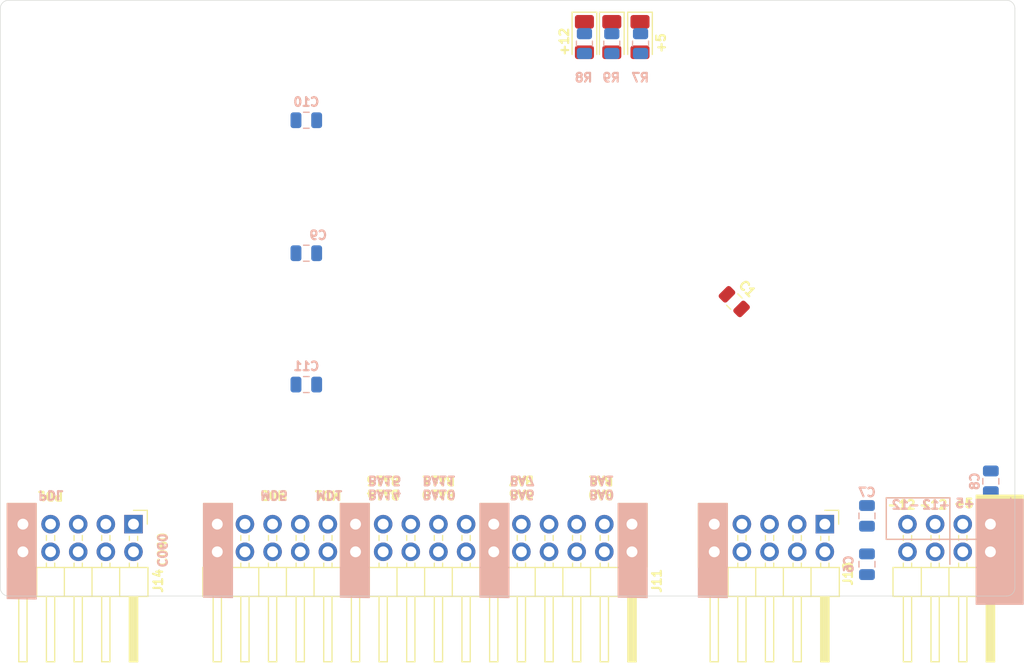
<source format=kicad_pcb>
(kicad_pcb (version 20171130) (host pcbnew "(5.1.10)-1")

  (general
    (thickness 1.6)
    (drawings 60)
    (tracks 0)
    (zones 0)
    (modules 17)
    (nets 48)
  )

  (page A4)
  (layers
    (0 F.Cu signal)
    (31 B.Cu signal)
    (32 B.Adhes user)
    (33 F.Adhes user)
    (34 B.Paste user)
    (35 F.Paste user)
    (36 B.SilkS user)
    (37 F.SilkS user)
    (38 B.Mask user)
    (39 F.Mask user)
    (40 Dwgs.User user)
    (41 Cmts.User user)
    (42 Eco1.User user)
    (43 Eco2.User user)
    (44 Edge.Cuts user)
    (45 Margin user)
    (46 B.CrtYd user hide)
    (47 F.CrtYd user hide)
    (48 B.Fab user hide)
    (49 F.Fab user hide)
  )

  (setup
    (last_trace_width 0.254)
    (trace_clearance 0.2032)
    (zone_clearance 0.508)
    (zone_45_only no)
    (trace_min 0.2)
    (via_size 0.8)
    (via_drill 0.4)
    (via_min_size 0.4)
    (via_min_drill 0.3)
    (uvia_size 0.3)
    (uvia_drill 0.1)
    (uvias_allowed no)
    (uvia_min_size 0.2)
    (uvia_min_drill 0.1)
    (edge_width 0.05)
    (segment_width 0.2)
    (pcb_text_width 0.3)
    (pcb_text_size 1.5 1.5)
    (mod_edge_width 0.12)
    (mod_text_size 0.8 0.8)
    (mod_text_width 0.2)
    (pad_size 1.524 1.524)
    (pad_drill 0.762)
    (pad_to_mask_clearance 0)
    (aux_axis_origin 0 0)
    (grid_origin 120.142 98.044)
    (visible_elements 7FFFF7FF)
    (pcbplotparams
      (layerselection 0x010fc_ffffffff)
      (usegerberextensions false)
      (usegerberattributes true)
      (usegerberadvancedattributes true)
      (creategerberjobfile true)
      (excludeedgelayer true)
      (linewidth 0.100000)
      (plotframeref false)
      (viasonmask false)
      (mode 1)
      (useauxorigin false)
      (hpglpennumber 1)
      (hpglpenspeed 20)
      (hpglpendiameter 15.000000)
      (psnegative false)
      (psa4output false)
      (plotreference true)
      (plotvalue true)
      (plotinvisibletext false)
      (padsonsilk false)
      (subtractmaskfromsilk false)
      (outputformat 1)
      (mirror false)
      (drillshape 1)
      (scaleselection 1)
      (outputdirectory ""))
  )

  (net 0 "")
  (net 1 GND)
  (net 2 -12V)
  (net 3 +12V)
  (net 4 +5V)
  (net 5 "Net-(D2-Pad2)")
  (net 6 "Net-(D3-Pad2)")
  (net 7 "Net-(D4-Pad2)")
  (net 8 /PDLTRIG)
  (net 9 /Q3)
  (net 10 /7M)
  (net 11 /RESET)
  (net 12 /C060-67)
  (net 13 /MD7)
  (net 14 /MD5)
  (net 15 /MD2)
  (net 16 /MD6)
  (net 17 /MD4)
  (net 18 /MD3)
  (net 19 /MD1)
  (net 20 /BA2)
  (net 21 /MD0)
  (net 22 /BA3)
  (net 23 /BA1)
  (net 24 /BA0)
  (net 25 /BA14)
  (net 26 /BA15)
  (net 27 /BA12)
  (net 28 /BA13)
  (net 29 /BA10)
  (net 30 /BA11)
  (net 31 /BA8)
  (net 32 /BA9)
  (net 33 /BA6)
  (net 34 /BA7)
  (net 35 /BA4)
  (net 36 /BA5)
  (net 37 "Net-(J14-Pad8)")
  (net 38 "Net-(J14-Pad6)")
  (net 39 "Net-(J14-Pad5)")
  (net 40 "Net-(J14-Pad4)")
  (net 41 "Net-(J14-Pad3)")
  (net 42 "Net-(J14-Pad1)")
  (net 43 "Net-(J18-Pad8)")
  (net 44 "Net-(J18-Pad7)")
  (net 45 "Net-(J18-Pad5)")
  (net 46 "Net-(J18-Pad4)")
  (net 47 "Net-(J18-Pad1)")

  (net_class Default "This is the default net class."
    (clearance 0.2032)
    (trace_width 0.254)
    (via_dia 0.8)
    (via_drill 0.4)
    (uvia_dia 0.3)
    (uvia_drill 0.1)
    (add_net /7M)
    (add_net /BA0)
    (add_net /BA1)
    (add_net /BA10)
    (add_net /BA11)
    (add_net /BA12)
    (add_net /BA13)
    (add_net /BA14)
    (add_net /BA15)
    (add_net /BA2)
    (add_net /BA3)
    (add_net /BA4)
    (add_net /BA5)
    (add_net /BA6)
    (add_net /BA7)
    (add_net /BA8)
    (add_net /BA9)
    (add_net /C060-67)
    (add_net /MD0)
    (add_net /MD1)
    (add_net /MD2)
    (add_net /MD3)
    (add_net /MD4)
    (add_net /MD5)
    (add_net /MD6)
    (add_net /MD7)
    (add_net /PDLTRIG)
    (add_net /Q3)
    (add_net /RESET)
    (add_net "Net-(D2-Pad2)")
    (add_net "Net-(D3-Pad2)")
    (add_net "Net-(D4-Pad2)")
    (add_net "Net-(J14-Pad1)")
    (add_net "Net-(J14-Pad3)")
    (add_net "Net-(J14-Pad4)")
    (add_net "Net-(J14-Pad5)")
    (add_net "Net-(J14-Pad6)")
    (add_net "Net-(J14-Pad8)")
    (add_net "Net-(J18-Pad1)")
    (add_net "Net-(J18-Pad4)")
    (add_net "Net-(J18-Pad5)")
    (add_net "Net-(J18-Pad7)")
    (add_net "Net-(J18-Pad8)")
  )

  (net_class Power ""
    (clearance 0.1524)
    (trace_width 0.3556)
    (via_dia 0.8)
    (via_drill 0.4)
    (uvia_dia 0.3)
    (uvia_drill 0.1)
    (add_net +12V)
    (add_net +5V)
    (add_net -12V)
    (add_net GND)
  )

  (module Capacitor_SMD:C_0805_2012Metric (layer F.Cu) (tedit 5F68FEEE) (tstamp 6128088B)
    (at 174.752 105.918 315)
    (descr "Capacitor SMD 0805 (2012 Metric), square (rectangular) end terminal, IPC_7351 nominal, (Body size source: IPC-SM-782 page 76, https://www.pcb-3d.com/wordpress/wp-content/uploads/ipc-sm-782a_amendment_1_and_2.pdf, https://docs.google.com/spreadsheets/d/1BsfQQcO9C6DZCsRaXUlFlo91Tg2WpOkGARC1WS5S8t0/edit?usp=sharing), generated with kicad-footprint-generator")
    (tags capacitor)
    (path /61393828)
    (attr smd)
    (fp_text reference C1 (at 0 -1.68 135) (layer F.SilkS)
      (effects (font (size 0.8 0.8) (thickness 0.2)))
    )
    (fp_text value 10u (at 0 1.68 135) (layer F.Fab)
      (effects (font (size 0.8 0.8) (thickness 0.2)))
    )
    (fp_line (start 1.7 0.98) (end -1.7 0.98) (layer F.CrtYd) (width 0.05))
    (fp_line (start 1.7 -0.98) (end 1.7 0.98) (layer F.CrtYd) (width 0.05))
    (fp_line (start -1.7 -0.98) (end 1.7 -0.98) (layer F.CrtYd) (width 0.05))
    (fp_line (start -1.7 0.98) (end -1.7 -0.98) (layer F.CrtYd) (width 0.05))
    (fp_line (start -0.261252 0.735) (end 0.261252 0.735) (layer F.SilkS) (width 0.12))
    (fp_line (start -0.261252 -0.735) (end 0.261252 -0.735) (layer F.SilkS) (width 0.12))
    (fp_line (start 1 0.625) (end -1 0.625) (layer F.Fab) (width 0.1))
    (fp_line (start 1 -0.625) (end 1 0.625) (layer F.Fab) (width 0.1))
    (fp_line (start -1 -0.625) (end 1 -0.625) (layer F.Fab) (width 0.1))
    (fp_line (start -1 0.625) (end -1 -0.625) (layer F.Fab) (width 0.1))
    (fp_text user %R (at 0 0 135) (layer F.Fab)
      (effects (font (size 0.8 0.8) (thickness 0.2)))
    )
    (pad 2 smd roundrect (at 0.95 0 315) (size 1 1.45) (layers F.Cu F.Paste F.Mask) (roundrect_rratio 0.25)
      (net 1 GND))
    (pad 1 smd roundrect (at -0.95 0 315) (size 1 1.45) (layers F.Cu F.Paste F.Mask) (roundrect_rratio 0.25)
      (net 4 +5V))
    (model ${KISYS3DMOD}/Capacitor_SMD.3dshapes/C_0805_2012Metric.wrl
      (at (xyz 0 0 0))
      (scale (xyz 1 1 1))
      (rotate (xyz 0 0 0))
    )
  )

  (module Connector_PinHeader_2.54mm:PinHeader_2x04_P2.54mm_Horizontal (layer F.Cu) (tedit 59FED5CB) (tstamp 61283D78)
    (at 198.2865 126.365 270)
    (descr "Through hole angled pin header, 2x04, 2.54mm pitch, 6mm pin length, double rows")
    (tags "Through hole angled pin header THT 2x04 2.54mm double row")
    (path /61372E9E)
    (fp_text reference J6 (at 5.655 -2.27 90) (layer F.SilkS)
      (effects (font (size 0.8 0.8) (thickness 0.2)))
    )
    (fp_text value PWR (at 5.655 9.89 90) (layer F.Fab)
      (effects (font (size 0.8 0.8) (thickness 0.2)))
    )
    (fp_line (start 13.1 -1.8) (end -1.8 -1.8) (layer F.CrtYd) (width 0.05))
    (fp_line (start 13.1 9.4) (end 13.1 -1.8) (layer F.CrtYd) (width 0.05))
    (fp_line (start -1.8 9.4) (end 13.1 9.4) (layer F.CrtYd) (width 0.05))
    (fp_line (start -1.8 -1.8) (end -1.8 9.4) (layer F.CrtYd) (width 0.05))
    (fp_line (start -1.27 -1.27) (end 0 -1.27) (layer F.SilkS) (width 0.12))
    (fp_line (start -1.27 0) (end -1.27 -1.27) (layer F.SilkS) (width 0.12))
    (fp_line (start 1.042929 8) (end 1.497071 8) (layer F.SilkS) (width 0.12))
    (fp_line (start 1.042929 7.24) (end 1.497071 7.24) (layer F.SilkS) (width 0.12))
    (fp_line (start 3.582929 8) (end 3.98 8) (layer F.SilkS) (width 0.12))
    (fp_line (start 3.582929 7.24) (end 3.98 7.24) (layer F.SilkS) (width 0.12))
    (fp_line (start 12.64 8) (end 6.64 8) (layer F.SilkS) (width 0.12))
    (fp_line (start 12.64 7.24) (end 12.64 8) (layer F.SilkS) (width 0.12))
    (fp_line (start 6.64 7.24) (end 12.64 7.24) (layer F.SilkS) (width 0.12))
    (fp_line (start 3.98 6.35) (end 6.64 6.35) (layer F.SilkS) (width 0.12))
    (fp_line (start 1.042929 5.46) (end 1.497071 5.46) (layer F.SilkS) (width 0.12))
    (fp_line (start 1.042929 4.7) (end 1.497071 4.7) (layer F.SilkS) (width 0.12))
    (fp_line (start 3.582929 5.46) (end 3.98 5.46) (layer F.SilkS) (width 0.12))
    (fp_line (start 3.582929 4.7) (end 3.98 4.7) (layer F.SilkS) (width 0.12))
    (fp_line (start 12.64 5.46) (end 6.64 5.46) (layer F.SilkS) (width 0.12))
    (fp_line (start 12.64 4.7) (end 12.64 5.46) (layer F.SilkS) (width 0.12))
    (fp_line (start 6.64 4.7) (end 12.64 4.7) (layer F.SilkS) (width 0.12))
    (fp_line (start 3.98 3.81) (end 6.64 3.81) (layer F.SilkS) (width 0.12))
    (fp_line (start 1.042929 2.92) (end 1.497071 2.92) (layer F.SilkS) (width 0.12))
    (fp_line (start 1.042929 2.16) (end 1.497071 2.16) (layer F.SilkS) (width 0.12))
    (fp_line (start 3.582929 2.92) (end 3.98 2.92) (layer F.SilkS) (width 0.12))
    (fp_line (start 3.582929 2.16) (end 3.98 2.16) (layer F.SilkS) (width 0.12))
    (fp_line (start 12.64 2.92) (end 6.64 2.92) (layer F.SilkS) (width 0.12))
    (fp_line (start 12.64 2.16) (end 12.64 2.92) (layer F.SilkS) (width 0.12))
    (fp_line (start 6.64 2.16) (end 12.64 2.16) (layer F.SilkS) (width 0.12))
    (fp_line (start 3.98 1.27) (end 6.64 1.27) (layer F.SilkS) (width 0.12))
    (fp_line (start 1.11 0.38) (end 1.497071 0.38) (layer F.SilkS) (width 0.12))
    (fp_line (start 1.11 -0.38) (end 1.497071 -0.38) (layer F.SilkS) (width 0.12))
    (fp_line (start 3.582929 0.38) (end 3.98 0.38) (layer F.SilkS) (width 0.12))
    (fp_line (start 3.582929 -0.38) (end 3.98 -0.38) (layer F.SilkS) (width 0.12))
    (fp_line (start 6.64 0.28) (end 12.64 0.28) (layer F.SilkS) (width 0.12))
    (fp_line (start 6.64 0.16) (end 12.64 0.16) (layer F.SilkS) (width 0.12))
    (fp_line (start 6.64 0.04) (end 12.64 0.04) (layer F.SilkS) (width 0.12))
    (fp_line (start 6.64 -0.08) (end 12.64 -0.08) (layer F.SilkS) (width 0.12))
    (fp_line (start 6.64 -0.2) (end 12.64 -0.2) (layer F.SilkS) (width 0.12))
    (fp_line (start 6.64 -0.32) (end 12.64 -0.32) (layer F.SilkS) (width 0.12))
    (fp_line (start 12.64 0.38) (end 6.64 0.38) (layer F.SilkS) (width 0.12))
    (fp_line (start 12.64 -0.38) (end 12.64 0.38) (layer F.SilkS) (width 0.12))
    (fp_line (start 6.64 -0.38) (end 12.64 -0.38) (layer F.SilkS) (width 0.12))
    (fp_line (start 6.64 -1.33) (end 3.98 -1.33) (layer F.SilkS) (width 0.12))
    (fp_line (start 6.64 8.95) (end 6.64 -1.33) (layer F.SilkS) (width 0.12))
    (fp_line (start 3.98 8.95) (end 6.64 8.95) (layer F.SilkS) (width 0.12))
    (fp_line (start 3.98 -1.33) (end 3.98 8.95) (layer F.SilkS) (width 0.12))
    (fp_line (start 6.58 7.94) (end 12.58 7.94) (layer F.Fab) (width 0.1))
    (fp_line (start 12.58 7.3) (end 12.58 7.94) (layer F.Fab) (width 0.1))
    (fp_line (start 6.58 7.3) (end 12.58 7.3) (layer F.Fab) (width 0.1))
    (fp_line (start -0.32 7.94) (end 4.04 7.94) (layer F.Fab) (width 0.1))
    (fp_line (start -0.32 7.3) (end -0.32 7.94) (layer F.Fab) (width 0.1))
    (fp_line (start -0.32 7.3) (end 4.04 7.3) (layer F.Fab) (width 0.1))
    (fp_line (start 6.58 5.4) (end 12.58 5.4) (layer F.Fab) (width 0.1))
    (fp_line (start 12.58 4.76) (end 12.58 5.4) (layer F.Fab) (width 0.1))
    (fp_line (start 6.58 4.76) (end 12.58 4.76) (layer F.Fab) (width 0.1))
    (fp_line (start -0.32 5.4) (end 4.04 5.4) (layer F.Fab) (width 0.1))
    (fp_line (start -0.32 4.76) (end -0.32 5.4) (layer F.Fab) (width 0.1))
    (fp_line (start -0.32 4.76) (end 4.04 4.76) (layer F.Fab) (width 0.1))
    (fp_line (start 6.58 2.86) (end 12.58 2.86) (layer F.Fab) (width 0.1))
    (fp_line (start 12.58 2.22) (end 12.58 2.86) (layer F.Fab) (width 0.1))
    (fp_line (start 6.58 2.22) (end 12.58 2.22) (layer F.Fab) (width 0.1))
    (fp_line (start -0.32 2.86) (end 4.04 2.86) (layer F.Fab) (width 0.1))
    (fp_line (start -0.32 2.22) (end -0.32 2.86) (layer F.Fab) (width 0.1))
    (fp_line (start -0.32 2.22) (end 4.04 2.22) (layer F.Fab) (width 0.1))
    (fp_line (start 6.58 0.32) (end 12.58 0.32) (layer F.Fab) (width 0.1))
    (fp_line (start 12.58 -0.32) (end 12.58 0.32) (layer F.Fab) (width 0.1))
    (fp_line (start 6.58 -0.32) (end 12.58 -0.32) (layer F.Fab) (width 0.1))
    (fp_line (start -0.32 0.32) (end 4.04 0.32) (layer F.Fab) (width 0.1))
    (fp_line (start -0.32 -0.32) (end -0.32 0.32) (layer F.Fab) (width 0.1))
    (fp_line (start -0.32 -0.32) (end 4.04 -0.32) (layer F.Fab) (width 0.1))
    (fp_line (start 4.04 -0.635) (end 4.675 -1.27) (layer F.Fab) (width 0.1))
    (fp_line (start 4.04 8.89) (end 4.04 -0.635) (layer F.Fab) (width 0.1))
    (fp_line (start 6.58 8.89) (end 4.04 8.89) (layer F.Fab) (width 0.1))
    (fp_line (start 6.58 -1.27) (end 6.58 8.89) (layer F.Fab) (width 0.1))
    (fp_line (start 4.675 -1.27) (end 6.58 -1.27) (layer F.Fab) (width 0.1))
    (fp_text user %R (at 5.31 3.81) (layer F.Fab)
      (effects (font (size 0.8 0.8) (thickness 0.2)))
    )
    (pad 8 thru_hole oval (at 2.54 7.62 270) (size 1.7 1.7) (drill 1) (layers *.Cu *.Mask)
      (net 2 -12V))
    (pad 7 thru_hole oval (at 0 7.62 270) (size 1.7 1.7) (drill 1) (layers *.Cu *.Mask)
      (net 2 -12V))
    (pad 6 thru_hole oval (at 2.54 5.08 270) (size 1.7 1.7) (drill 1) (layers *.Cu *.Mask)
      (net 3 +12V))
    (pad 5 thru_hole oval (at 0 5.08 270) (size 1.7 1.7) (drill 1) (layers *.Cu *.Mask)
      (net 3 +12V))
    (pad 4 thru_hole oval (at 2.54 2.54 270) (size 1.7 1.7) (drill 1) (layers *.Cu *.Mask)
      (net 4 +5V))
    (pad 3 thru_hole oval (at 0 2.54 270) (size 1.7 1.7) (drill 1) (layers *.Cu *.Mask)
      (net 4 +5V))
    (pad 2 thru_hole oval (at 2.54 0 270) (size 1.7 1.7) (drill 1) (layers *.Cu *.Mask)
      (net 1 GND))
    (pad 1 thru_hole rect (at 0 0 270) (size 1.7 1.7) (drill 1) (layers *.Cu *.Mask)
      (net 1 GND))
    (model ${KISYS3DMOD}/Connector_PinHeader_2.54mm.3dshapes/PinHeader_2x04_P2.54mm_Horizontal.wrl
      (at (xyz 0 0 0))
      (scale (xyz 1 1 1))
      (rotate (xyz 0 0 0))
    )
  )

  (module Connector_PinHeader_2.54mm:PinHeader_2x05_P2.54mm_Horizontal (layer F.Cu) (tedit 59FED5CB) (tstamp 6127D42D)
    (at 183.0735 126.365 270)
    (descr "Through hole angled pin header, 2x05, 2.54mm pitch, 6mm pin length, double rows")
    (tags "Through hole angled pin header THT 2x05 2.54mm double row")
    (path /61B97347)
    (fp_text reference J18 (at 4.5466 -2.1306 90) (layer F.SilkS)
      (effects (font (size 0.8 0.8) (thickness 0.2)))
    )
    (fp_text value CTRL1 (at 5.655 12.43 90) (layer F.Fab)
      (effects (font (size 0.8 0.8) (thickness 0.2)))
    )
    (fp_line (start 13.1 -1.8) (end -1.8 -1.8) (layer F.CrtYd) (width 0.05))
    (fp_line (start 13.1 11.95) (end 13.1 -1.8) (layer F.CrtYd) (width 0.05))
    (fp_line (start -1.8 11.95) (end 13.1 11.95) (layer F.CrtYd) (width 0.05))
    (fp_line (start -1.8 -1.8) (end -1.8 11.95) (layer F.CrtYd) (width 0.05))
    (fp_line (start -1.27 -1.27) (end 0 -1.27) (layer F.SilkS) (width 0.12))
    (fp_line (start -1.27 0) (end -1.27 -1.27) (layer F.SilkS) (width 0.12))
    (fp_line (start 1.042929 10.54) (end 1.497071 10.54) (layer F.SilkS) (width 0.12))
    (fp_line (start 1.042929 9.78) (end 1.497071 9.78) (layer F.SilkS) (width 0.12))
    (fp_line (start 3.582929 10.54) (end 3.98 10.54) (layer F.SilkS) (width 0.12))
    (fp_line (start 3.582929 9.78) (end 3.98 9.78) (layer F.SilkS) (width 0.12))
    (fp_line (start 12.64 10.54) (end 6.64 10.54) (layer F.SilkS) (width 0.12))
    (fp_line (start 12.64 9.78) (end 12.64 10.54) (layer F.SilkS) (width 0.12))
    (fp_line (start 6.64 9.78) (end 12.64 9.78) (layer F.SilkS) (width 0.12))
    (fp_line (start 3.98 8.89) (end 6.64 8.89) (layer F.SilkS) (width 0.12))
    (fp_line (start 1.042929 8) (end 1.497071 8) (layer F.SilkS) (width 0.12))
    (fp_line (start 1.042929 7.24) (end 1.497071 7.24) (layer F.SilkS) (width 0.12))
    (fp_line (start 3.582929 8) (end 3.98 8) (layer F.SilkS) (width 0.12))
    (fp_line (start 3.582929 7.24) (end 3.98 7.24) (layer F.SilkS) (width 0.12))
    (fp_line (start 12.64 8) (end 6.64 8) (layer F.SilkS) (width 0.12))
    (fp_line (start 12.64 7.24) (end 12.64 8) (layer F.SilkS) (width 0.12))
    (fp_line (start 6.64 7.24) (end 12.64 7.24) (layer F.SilkS) (width 0.12))
    (fp_line (start 3.98 6.35) (end 6.64 6.35) (layer F.SilkS) (width 0.12))
    (fp_line (start 1.042929 5.46) (end 1.497071 5.46) (layer F.SilkS) (width 0.12))
    (fp_line (start 1.042929 4.7) (end 1.497071 4.7) (layer F.SilkS) (width 0.12))
    (fp_line (start 3.582929 5.46) (end 3.98 5.46) (layer F.SilkS) (width 0.12))
    (fp_line (start 3.582929 4.7) (end 3.98 4.7) (layer F.SilkS) (width 0.12))
    (fp_line (start 12.64 5.46) (end 6.64 5.46) (layer F.SilkS) (width 0.12))
    (fp_line (start 12.64 4.7) (end 12.64 5.46) (layer F.SilkS) (width 0.12))
    (fp_line (start 6.64 4.7) (end 12.64 4.7) (layer F.SilkS) (width 0.12))
    (fp_line (start 3.98 3.81) (end 6.64 3.81) (layer F.SilkS) (width 0.12))
    (fp_line (start 1.042929 2.92) (end 1.497071 2.92) (layer F.SilkS) (width 0.12))
    (fp_line (start 1.042929 2.16) (end 1.497071 2.16) (layer F.SilkS) (width 0.12))
    (fp_line (start 3.582929 2.92) (end 3.98 2.92) (layer F.SilkS) (width 0.12))
    (fp_line (start 3.582929 2.16) (end 3.98 2.16) (layer F.SilkS) (width 0.12))
    (fp_line (start 12.64 2.92) (end 6.64 2.92) (layer F.SilkS) (width 0.12))
    (fp_line (start 12.64 2.16) (end 12.64 2.92) (layer F.SilkS) (width 0.12))
    (fp_line (start 6.64 2.16) (end 12.64 2.16) (layer F.SilkS) (width 0.12))
    (fp_line (start 3.98 1.27) (end 6.64 1.27) (layer F.SilkS) (width 0.12))
    (fp_line (start 1.11 0.38) (end 1.497071 0.38) (layer F.SilkS) (width 0.12))
    (fp_line (start 1.11 -0.38) (end 1.497071 -0.38) (layer F.SilkS) (width 0.12))
    (fp_line (start 3.582929 0.38) (end 3.98 0.38) (layer F.SilkS) (width 0.12))
    (fp_line (start 3.582929 -0.38) (end 3.98 -0.38) (layer F.SilkS) (width 0.12))
    (fp_line (start 6.64 0.28) (end 12.64 0.28) (layer F.SilkS) (width 0.12))
    (fp_line (start 6.64 0.16) (end 12.64 0.16) (layer F.SilkS) (width 0.12))
    (fp_line (start 6.64 0.04) (end 12.64 0.04) (layer F.SilkS) (width 0.12))
    (fp_line (start 6.64 -0.08) (end 12.64 -0.08) (layer F.SilkS) (width 0.12))
    (fp_line (start 6.64 -0.2) (end 12.64 -0.2) (layer F.SilkS) (width 0.12))
    (fp_line (start 6.64 -0.32) (end 12.64 -0.32) (layer F.SilkS) (width 0.12))
    (fp_line (start 12.64 0.38) (end 6.64 0.38) (layer F.SilkS) (width 0.12))
    (fp_line (start 12.64 -0.38) (end 12.64 0.38) (layer F.SilkS) (width 0.12))
    (fp_line (start 6.64 -0.38) (end 12.64 -0.38) (layer F.SilkS) (width 0.12))
    (fp_line (start 6.64 -1.33) (end 3.98 -1.33) (layer F.SilkS) (width 0.12))
    (fp_line (start 6.64 11.49) (end 6.64 -1.33) (layer F.SilkS) (width 0.12))
    (fp_line (start 3.98 11.49) (end 6.64 11.49) (layer F.SilkS) (width 0.12))
    (fp_line (start 3.98 -1.33) (end 3.98 11.49) (layer F.SilkS) (width 0.12))
    (fp_line (start 6.58 10.48) (end 12.58 10.48) (layer F.Fab) (width 0.1))
    (fp_line (start 12.58 9.84) (end 12.58 10.48) (layer F.Fab) (width 0.1))
    (fp_line (start 6.58 9.84) (end 12.58 9.84) (layer F.Fab) (width 0.1))
    (fp_line (start -0.32 10.48) (end 4.04 10.48) (layer F.Fab) (width 0.1))
    (fp_line (start -0.32 9.84) (end -0.32 10.48) (layer F.Fab) (width 0.1))
    (fp_line (start -0.32 9.84) (end 4.04 9.84) (layer F.Fab) (width 0.1))
    (fp_line (start 6.58 7.94) (end 12.58 7.94) (layer F.Fab) (width 0.1))
    (fp_line (start 12.58 7.3) (end 12.58 7.94) (layer F.Fab) (width 0.1))
    (fp_line (start 6.58 7.3) (end 12.58 7.3) (layer F.Fab) (width 0.1))
    (fp_line (start -0.32 7.94) (end 4.04 7.94) (layer F.Fab) (width 0.1))
    (fp_line (start -0.32 7.3) (end -0.32 7.94) (layer F.Fab) (width 0.1))
    (fp_line (start -0.32 7.3) (end 4.04 7.3) (layer F.Fab) (width 0.1))
    (fp_line (start 6.58 5.4) (end 12.58 5.4) (layer F.Fab) (width 0.1))
    (fp_line (start 12.58 4.76) (end 12.58 5.4) (layer F.Fab) (width 0.1))
    (fp_line (start 6.58 4.76) (end 12.58 4.76) (layer F.Fab) (width 0.1))
    (fp_line (start -0.32 5.4) (end 4.04 5.4) (layer F.Fab) (width 0.1))
    (fp_line (start -0.32 4.76) (end -0.32 5.4) (layer F.Fab) (width 0.1))
    (fp_line (start -0.32 4.76) (end 4.04 4.76) (layer F.Fab) (width 0.1))
    (fp_line (start 6.58 2.86) (end 12.58 2.86) (layer F.Fab) (width 0.1))
    (fp_line (start 12.58 2.22) (end 12.58 2.86) (layer F.Fab) (width 0.1))
    (fp_line (start 6.58 2.22) (end 12.58 2.22) (layer F.Fab) (width 0.1))
    (fp_line (start -0.32 2.86) (end 4.04 2.86) (layer F.Fab) (width 0.1))
    (fp_line (start -0.32 2.22) (end -0.32 2.86) (layer F.Fab) (width 0.1))
    (fp_line (start -0.32 2.22) (end 4.04 2.22) (layer F.Fab) (width 0.1))
    (fp_line (start 6.58 0.32) (end 12.58 0.32) (layer F.Fab) (width 0.1))
    (fp_line (start 12.58 -0.32) (end 12.58 0.32) (layer F.Fab) (width 0.1))
    (fp_line (start 6.58 -0.32) (end 12.58 -0.32) (layer F.Fab) (width 0.1))
    (fp_line (start -0.32 0.32) (end 4.04 0.32) (layer F.Fab) (width 0.1))
    (fp_line (start -0.32 -0.32) (end -0.32 0.32) (layer F.Fab) (width 0.1))
    (fp_line (start -0.32 -0.32) (end 4.04 -0.32) (layer F.Fab) (width 0.1))
    (fp_line (start 4.04 -0.635) (end 4.675 -1.27) (layer F.Fab) (width 0.1))
    (fp_line (start 4.04 11.43) (end 4.04 -0.635) (layer F.Fab) (width 0.1))
    (fp_line (start 6.58 11.43) (end 4.04 11.43) (layer F.Fab) (width 0.1))
    (fp_line (start 6.58 -1.27) (end 6.58 11.43) (layer F.Fab) (width 0.1))
    (fp_line (start 4.675 -1.27) (end 6.58 -1.27) (layer F.Fab) (width 0.1))
    (fp_text user %R (at 5.31 5.08) (layer F.Fab)
      (effects (font (size 0.8 0.8) (thickness 0.2)))
    )
    (pad 10 thru_hole oval (at 2.54 10.16 270) (size 1.7 1.7) (drill 1) (layers *.Cu *.Mask)
      (net 1 GND))
    (pad 9 thru_hole oval (at 0 10.16 270) (size 1.7 1.7) (drill 1) (layers *.Cu *.Mask)
      (net 1 GND))
    (pad 8 thru_hole oval (at 2.54 7.62 270) (size 1.7 1.7) (drill 1) (layers *.Cu *.Mask)
      (net 43 "Net-(J18-Pad8)"))
    (pad 7 thru_hole oval (at 0 7.62 270) (size 1.7 1.7) (drill 1) (layers *.Cu *.Mask)
      (net 44 "Net-(J18-Pad7)"))
    (pad 6 thru_hole oval (at 2.54 5.08 270) (size 1.7 1.7) (drill 1) (layers *.Cu *.Mask)
      (net 9 /Q3))
    (pad 5 thru_hole oval (at 0 5.08 270) (size 1.7 1.7) (drill 1) (layers *.Cu *.Mask)
      (net 45 "Net-(J18-Pad5)"))
    (pad 4 thru_hole oval (at 2.54 2.54 270) (size 1.7 1.7) (drill 1) (layers *.Cu *.Mask)
      (net 46 "Net-(J18-Pad4)"))
    (pad 3 thru_hole oval (at 0 2.54 270) (size 1.7 1.7) (drill 1) (layers *.Cu *.Mask)
      (net 11 /RESET))
    (pad 2 thru_hole oval (at 2.54 0 270) (size 1.7 1.7) (drill 1) (layers *.Cu *.Mask)
      (net 10 /7M))
    (pad 1 thru_hole rect (at 0 0 270) (size 1.7 1.7) (drill 1) (layers *.Cu *.Mask)
      (net 47 "Net-(J18-Pad1)"))
    (model ${KISYS3DMOD}/Connector_PinHeader_2.54mm.3dshapes/PinHeader_2x05_P2.54mm_Horizontal.wrl
      (at (xyz 0 0 0))
      (scale (xyz 1 1 1))
      (rotate (xyz 0 0 0))
    )
  )

  (module Connector_PinHeader_2.54mm:PinHeader_2x05_P2.54mm_Horizontal (layer F.Cu) (tedit 59FED5CB) (tstamp 61276307)
    (at 119.5545 126.365 270)
    (descr "Through hole angled pin header, 2x05, 2.54mm pitch, 6mm pin length, double rows")
    (tags "Through hole angled pin header THT 2x05 2.54mm double row")
    (path /61B9931E)
    (fp_text reference J14 (at 5.207 -2.27 90) (layer F.SilkS)
      (effects (font (size 0.8 0.8) (thickness 0.2)))
    )
    (fp_text value CTRL2 (at 5.9055 12.7475 90) (layer F.Fab)
      (effects (font (size 0.8 0.8) (thickness 0.2)))
    )
    (fp_line (start 13.1 -1.8) (end -1.8 -1.8) (layer F.CrtYd) (width 0.05))
    (fp_line (start 13.1 11.95) (end 13.1 -1.8) (layer F.CrtYd) (width 0.05))
    (fp_line (start -1.8 11.95) (end 13.1 11.95) (layer F.CrtYd) (width 0.05))
    (fp_line (start -1.8 -1.8) (end -1.8 11.95) (layer F.CrtYd) (width 0.05))
    (fp_line (start -1.27 -1.27) (end 0 -1.27) (layer F.SilkS) (width 0.12))
    (fp_line (start -1.27 0) (end -1.27 -1.27) (layer F.SilkS) (width 0.12))
    (fp_line (start 1.042929 10.54) (end 1.497071 10.54) (layer F.SilkS) (width 0.12))
    (fp_line (start 1.042929 9.78) (end 1.497071 9.78) (layer F.SilkS) (width 0.12))
    (fp_line (start 3.582929 10.54) (end 3.98 10.54) (layer F.SilkS) (width 0.12))
    (fp_line (start 3.582929 9.78) (end 3.98 9.78) (layer F.SilkS) (width 0.12))
    (fp_line (start 12.64 10.54) (end 6.64 10.54) (layer F.SilkS) (width 0.12))
    (fp_line (start 12.64 9.78) (end 12.64 10.54) (layer F.SilkS) (width 0.12))
    (fp_line (start 6.64 9.78) (end 12.64 9.78) (layer F.SilkS) (width 0.12))
    (fp_line (start 3.98 8.89) (end 6.64 8.89) (layer F.SilkS) (width 0.12))
    (fp_line (start 1.042929 8) (end 1.497071 8) (layer F.SilkS) (width 0.12))
    (fp_line (start 1.042929 7.24) (end 1.497071 7.24) (layer F.SilkS) (width 0.12))
    (fp_line (start 3.582929 8) (end 3.98 8) (layer F.SilkS) (width 0.12))
    (fp_line (start 3.582929 7.24) (end 3.98 7.24) (layer F.SilkS) (width 0.12))
    (fp_line (start 12.64 8) (end 6.64 8) (layer F.SilkS) (width 0.12))
    (fp_line (start 12.64 7.24) (end 12.64 8) (layer F.SilkS) (width 0.12))
    (fp_line (start 6.64 7.24) (end 12.64 7.24) (layer F.SilkS) (width 0.12))
    (fp_line (start 3.98 6.35) (end 6.64 6.35) (layer F.SilkS) (width 0.12))
    (fp_line (start 1.042929 5.46) (end 1.497071 5.46) (layer F.SilkS) (width 0.12))
    (fp_line (start 1.042929 4.7) (end 1.497071 4.7) (layer F.SilkS) (width 0.12))
    (fp_line (start 3.582929 5.46) (end 3.98 5.46) (layer F.SilkS) (width 0.12))
    (fp_line (start 3.582929 4.7) (end 3.98 4.7) (layer F.SilkS) (width 0.12))
    (fp_line (start 12.64 5.46) (end 6.64 5.46) (layer F.SilkS) (width 0.12))
    (fp_line (start 12.64 4.7) (end 12.64 5.46) (layer F.SilkS) (width 0.12))
    (fp_line (start 6.64 4.7) (end 12.64 4.7) (layer F.SilkS) (width 0.12))
    (fp_line (start 3.98 3.81) (end 6.64 3.81) (layer F.SilkS) (width 0.12))
    (fp_line (start 1.042929 2.92) (end 1.497071 2.92) (layer F.SilkS) (width 0.12))
    (fp_line (start 1.042929 2.16) (end 1.497071 2.16) (layer F.SilkS) (width 0.12))
    (fp_line (start 3.582929 2.92) (end 3.98 2.92) (layer F.SilkS) (width 0.12))
    (fp_line (start 3.582929 2.16) (end 3.98 2.16) (layer F.SilkS) (width 0.12))
    (fp_line (start 12.64 2.92) (end 6.64 2.92) (layer F.SilkS) (width 0.12))
    (fp_line (start 12.64 2.16) (end 12.64 2.92) (layer F.SilkS) (width 0.12))
    (fp_line (start 6.64 2.16) (end 12.64 2.16) (layer F.SilkS) (width 0.12))
    (fp_line (start 3.98 1.27) (end 6.64 1.27) (layer F.SilkS) (width 0.12))
    (fp_line (start 1.11 0.38) (end 1.497071 0.38) (layer F.SilkS) (width 0.12))
    (fp_line (start 1.11 -0.38) (end 1.497071 -0.38) (layer F.SilkS) (width 0.12))
    (fp_line (start 3.582929 0.38) (end 3.98 0.38) (layer F.SilkS) (width 0.12))
    (fp_line (start 3.582929 -0.38) (end 3.98 -0.38) (layer F.SilkS) (width 0.12))
    (fp_line (start 6.64 0.28) (end 12.64 0.28) (layer F.SilkS) (width 0.12))
    (fp_line (start 6.64 0.16) (end 12.64 0.16) (layer F.SilkS) (width 0.12))
    (fp_line (start 6.64 0.04) (end 12.64 0.04) (layer F.SilkS) (width 0.12))
    (fp_line (start 6.64 -0.08) (end 12.64 -0.08) (layer F.SilkS) (width 0.12))
    (fp_line (start 6.64 -0.2) (end 12.64 -0.2) (layer F.SilkS) (width 0.12))
    (fp_line (start 6.64 -0.32) (end 12.64 -0.32) (layer F.SilkS) (width 0.12))
    (fp_line (start 12.64 0.38) (end 6.64 0.38) (layer F.SilkS) (width 0.12))
    (fp_line (start 12.64 -0.38) (end 12.64 0.38) (layer F.SilkS) (width 0.12))
    (fp_line (start 6.64 -0.38) (end 12.64 -0.38) (layer F.SilkS) (width 0.12))
    (fp_line (start 6.64 -1.33) (end 3.98 -1.33) (layer F.SilkS) (width 0.12))
    (fp_line (start 6.64 11.49) (end 6.64 -1.33) (layer F.SilkS) (width 0.12))
    (fp_line (start 3.98 11.49) (end 6.64 11.49) (layer F.SilkS) (width 0.12))
    (fp_line (start 3.98 -1.33) (end 3.98 11.49) (layer F.SilkS) (width 0.12))
    (fp_line (start 6.58 10.48) (end 12.58 10.48) (layer F.Fab) (width 0.1))
    (fp_line (start 12.58 9.84) (end 12.58 10.48) (layer F.Fab) (width 0.1))
    (fp_line (start 6.58 9.84) (end 12.58 9.84) (layer F.Fab) (width 0.1))
    (fp_line (start -0.32 10.48) (end 4.04 10.48) (layer F.Fab) (width 0.1))
    (fp_line (start -0.32 9.84) (end -0.32 10.48) (layer F.Fab) (width 0.1))
    (fp_line (start -0.32 9.84) (end 4.04 9.84) (layer F.Fab) (width 0.1))
    (fp_line (start 6.58 7.94) (end 12.58 7.94) (layer F.Fab) (width 0.1))
    (fp_line (start 12.58 7.3) (end 12.58 7.94) (layer F.Fab) (width 0.1))
    (fp_line (start 6.58 7.3) (end 12.58 7.3) (layer F.Fab) (width 0.1))
    (fp_line (start -0.32 7.94) (end 4.04 7.94) (layer F.Fab) (width 0.1))
    (fp_line (start -0.32 7.3) (end -0.32 7.94) (layer F.Fab) (width 0.1))
    (fp_line (start -0.32 7.3) (end 4.04 7.3) (layer F.Fab) (width 0.1))
    (fp_line (start 6.58 5.4) (end 12.58 5.4) (layer F.Fab) (width 0.1))
    (fp_line (start 12.58 4.76) (end 12.58 5.4) (layer F.Fab) (width 0.1))
    (fp_line (start 6.58 4.76) (end 12.58 4.76) (layer F.Fab) (width 0.1))
    (fp_line (start -0.32 5.4) (end 4.04 5.4) (layer F.Fab) (width 0.1))
    (fp_line (start -0.32 4.76) (end -0.32 5.4) (layer F.Fab) (width 0.1))
    (fp_line (start -0.32 4.76) (end 4.04 4.76) (layer F.Fab) (width 0.1))
    (fp_line (start 6.58 2.86) (end 12.58 2.86) (layer F.Fab) (width 0.1))
    (fp_line (start 12.58 2.22) (end 12.58 2.86) (layer F.Fab) (width 0.1))
    (fp_line (start 6.58 2.22) (end 12.58 2.22) (layer F.Fab) (width 0.1))
    (fp_line (start -0.32 2.86) (end 4.04 2.86) (layer F.Fab) (width 0.1))
    (fp_line (start -0.32 2.22) (end -0.32 2.86) (layer F.Fab) (width 0.1))
    (fp_line (start -0.32 2.22) (end 4.04 2.22) (layer F.Fab) (width 0.1))
    (fp_line (start 6.58 0.32) (end 12.58 0.32) (layer F.Fab) (width 0.1))
    (fp_line (start 12.58 -0.32) (end 12.58 0.32) (layer F.Fab) (width 0.1))
    (fp_line (start 6.58 -0.32) (end 12.58 -0.32) (layer F.Fab) (width 0.1))
    (fp_line (start -0.32 0.32) (end 4.04 0.32) (layer F.Fab) (width 0.1))
    (fp_line (start -0.32 -0.32) (end -0.32 0.32) (layer F.Fab) (width 0.1))
    (fp_line (start -0.32 -0.32) (end 4.04 -0.32) (layer F.Fab) (width 0.1))
    (fp_line (start 4.04 -0.635) (end 4.675 -1.27) (layer F.Fab) (width 0.1))
    (fp_line (start 4.04 11.43) (end 4.04 -0.635) (layer F.Fab) (width 0.1))
    (fp_line (start 6.58 11.43) (end 4.04 11.43) (layer F.Fab) (width 0.1))
    (fp_line (start 6.58 -1.27) (end 6.58 11.43) (layer F.Fab) (width 0.1))
    (fp_line (start 4.675 -1.27) (end 6.58 -1.27) (layer F.Fab) (width 0.1))
    (fp_text user %R (at 5.31 5.08) (layer F.Fab)
      (effects (font (size 0.8 0.8) (thickness 0.2)))
    )
    (pad 10 thru_hole oval (at 2.54 10.16 270) (size 1.7 1.7) (drill 1) (layers *.Cu *.Mask)
      (net 1 GND))
    (pad 9 thru_hole oval (at 0 10.16 270) (size 1.7 1.7) (drill 1) (layers *.Cu *.Mask)
      (net 1 GND))
    (pad 8 thru_hole oval (at 2.54 7.62 270) (size 1.7 1.7) (drill 1) (layers *.Cu *.Mask)
      (net 37 "Net-(J14-Pad8)"))
    (pad 7 thru_hole oval (at 0 7.62 270) (size 1.7 1.7) (drill 1) (layers *.Cu *.Mask)
      (net 8 /PDLTRIG))
    (pad 6 thru_hole oval (at 2.54 5.08 270) (size 1.7 1.7) (drill 1) (layers *.Cu *.Mask)
      (net 38 "Net-(J14-Pad6)"))
    (pad 5 thru_hole oval (at 0 5.08 270) (size 1.7 1.7) (drill 1) (layers *.Cu *.Mask)
      (net 39 "Net-(J14-Pad5)"))
    (pad 4 thru_hole oval (at 2.54 2.54 270) (size 1.7 1.7) (drill 1) (layers *.Cu *.Mask)
      (net 40 "Net-(J14-Pad4)"))
    (pad 3 thru_hole oval (at 0 2.54 270) (size 1.7 1.7) (drill 1) (layers *.Cu *.Mask)
      (net 41 "Net-(J14-Pad3)"))
    (pad 2 thru_hole oval (at 2.54 0 270) (size 1.7 1.7) (drill 1) (layers *.Cu *.Mask)
      (net 12 /C060-67))
    (pad 1 thru_hole rect (at 0 0 270) (size 1.7 1.7) (drill 1) (layers *.Cu *.Mask)
      (net 42 "Net-(J14-Pad1)"))
    (model ${KISYS3DMOD}/Connector_PinHeader_2.54mm.3dshapes/PinHeader_2x05_P2.54mm_Horizontal.wrl
      (at (xyz 0 0 0))
      (scale (xyz 1 1 1))
      (rotate (xyz 0 0 0))
    )
  )

  (module Connector_PinHeader_2.54mm:PinHeader_2x16_P2.54mm_Horizontal (layer F.Cu) (tedit 59FED5CB) (tstamp 61276218)
    (at 165.354 126.365 270)
    (descr "Through hole angled pin header, 2x16, 2.54mm pitch, 6mm pin length, double rows")
    (tags "Through hole angled pin header THT 2x16 2.54mm double row")
    (path /611A2C00)
    (fp_text reference J11 (at 5.207 -2.286 90) (layer F.SilkS)
      (effects (font (size 0.8 0.8) (thickness 0.2)))
    )
    (fp_text value Addr_Main_Data (at 5.655 40.37 90) (layer F.Fab)
      (effects (font (size 0.8 0.8) (thickness 0.2)))
    )
    (fp_line (start 13.1 -1.8) (end -1.8 -1.8) (layer F.CrtYd) (width 0.05))
    (fp_line (start 13.1 39.9) (end 13.1 -1.8) (layer F.CrtYd) (width 0.05))
    (fp_line (start -1.8 39.9) (end 13.1 39.9) (layer F.CrtYd) (width 0.05))
    (fp_line (start -1.8 -1.8) (end -1.8 39.9) (layer F.CrtYd) (width 0.05))
    (fp_line (start -1.27 -1.27) (end 0 -1.27) (layer F.SilkS) (width 0.12))
    (fp_line (start -1.27 0) (end -1.27 -1.27) (layer F.SilkS) (width 0.12))
    (fp_line (start 1.042929 38.48) (end 1.497071 38.48) (layer F.SilkS) (width 0.12))
    (fp_line (start 1.042929 37.72) (end 1.497071 37.72) (layer F.SilkS) (width 0.12))
    (fp_line (start 3.582929 38.48) (end 3.98 38.48) (layer F.SilkS) (width 0.12))
    (fp_line (start 3.582929 37.72) (end 3.98 37.72) (layer F.SilkS) (width 0.12))
    (fp_line (start 12.64 38.48) (end 6.64 38.48) (layer F.SilkS) (width 0.12))
    (fp_line (start 12.64 37.72) (end 12.64 38.48) (layer F.SilkS) (width 0.12))
    (fp_line (start 6.64 37.72) (end 12.64 37.72) (layer F.SilkS) (width 0.12))
    (fp_line (start 3.98 36.83) (end 6.64 36.83) (layer F.SilkS) (width 0.12))
    (fp_line (start 1.042929 35.94) (end 1.497071 35.94) (layer F.SilkS) (width 0.12))
    (fp_line (start 1.042929 35.18) (end 1.497071 35.18) (layer F.SilkS) (width 0.12))
    (fp_line (start 3.582929 35.94) (end 3.98 35.94) (layer F.SilkS) (width 0.12))
    (fp_line (start 3.582929 35.18) (end 3.98 35.18) (layer F.SilkS) (width 0.12))
    (fp_line (start 12.64 35.94) (end 6.64 35.94) (layer F.SilkS) (width 0.12))
    (fp_line (start 12.64 35.18) (end 12.64 35.94) (layer F.SilkS) (width 0.12))
    (fp_line (start 6.64 35.18) (end 12.64 35.18) (layer F.SilkS) (width 0.12))
    (fp_line (start 3.98 34.29) (end 6.64 34.29) (layer F.SilkS) (width 0.12))
    (fp_line (start 1.042929 33.4) (end 1.497071 33.4) (layer F.SilkS) (width 0.12))
    (fp_line (start 1.042929 32.64) (end 1.497071 32.64) (layer F.SilkS) (width 0.12))
    (fp_line (start 3.582929 33.4) (end 3.98 33.4) (layer F.SilkS) (width 0.12))
    (fp_line (start 3.582929 32.64) (end 3.98 32.64) (layer F.SilkS) (width 0.12))
    (fp_line (start 12.64 33.4) (end 6.64 33.4) (layer F.SilkS) (width 0.12))
    (fp_line (start 12.64 32.64) (end 12.64 33.4) (layer F.SilkS) (width 0.12))
    (fp_line (start 6.64 32.64) (end 12.64 32.64) (layer F.SilkS) (width 0.12))
    (fp_line (start 3.98 31.75) (end 6.64 31.75) (layer F.SilkS) (width 0.12))
    (fp_line (start 1.042929 30.86) (end 1.497071 30.86) (layer F.SilkS) (width 0.12))
    (fp_line (start 1.042929 30.1) (end 1.497071 30.1) (layer F.SilkS) (width 0.12))
    (fp_line (start 3.582929 30.86) (end 3.98 30.86) (layer F.SilkS) (width 0.12))
    (fp_line (start 3.582929 30.1) (end 3.98 30.1) (layer F.SilkS) (width 0.12))
    (fp_line (start 12.64 30.86) (end 6.64 30.86) (layer F.SilkS) (width 0.12))
    (fp_line (start 12.64 30.1) (end 12.64 30.86) (layer F.SilkS) (width 0.12))
    (fp_line (start 6.64 30.1) (end 12.64 30.1) (layer F.SilkS) (width 0.12))
    (fp_line (start 3.98 29.21) (end 6.64 29.21) (layer F.SilkS) (width 0.12))
    (fp_line (start 1.042929 28.32) (end 1.497071 28.32) (layer F.SilkS) (width 0.12))
    (fp_line (start 1.042929 27.56) (end 1.497071 27.56) (layer F.SilkS) (width 0.12))
    (fp_line (start 3.582929 28.32) (end 3.98 28.32) (layer F.SilkS) (width 0.12))
    (fp_line (start 3.582929 27.56) (end 3.98 27.56) (layer F.SilkS) (width 0.12))
    (fp_line (start 12.64 28.32) (end 6.64 28.32) (layer F.SilkS) (width 0.12))
    (fp_line (start 12.64 27.56) (end 12.64 28.32) (layer F.SilkS) (width 0.12))
    (fp_line (start 6.64 27.56) (end 12.64 27.56) (layer F.SilkS) (width 0.12))
    (fp_line (start 3.98 26.67) (end 6.64 26.67) (layer F.SilkS) (width 0.12))
    (fp_line (start 1.042929 25.78) (end 1.497071 25.78) (layer F.SilkS) (width 0.12))
    (fp_line (start 1.042929 25.02) (end 1.497071 25.02) (layer F.SilkS) (width 0.12))
    (fp_line (start 3.582929 25.78) (end 3.98 25.78) (layer F.SilkS) (width 0.12))
    (fp_line (start 3.582929 25.02) (end 3.98 25.02) (layer F.SilkS) (width 0.12))
    (fp_line (start 12.64 25.78) (end 6.64 25.78) (layer F.SilkS) (width 0.12))
    (fp_line (start 12.64 25.02) (end 12.64 25.78) (layer F.SilkS) (width 0.12))
    (fp_line (start 6.64 25.02) (end 12.64 25.02) (layer F.SilkS) (width 0.12))
    (fp_line (start 3.98 24.13) (end 6.64 24.13) (layer F.SilkS) (width 0.12))
    (fp_line (start 1.042929 23.24) (end 1.497071 23.24) (layer F.SilkS) (width 0.12))
    (fp_line (start 1.042929 22.48) (end 1.497071 22.48) (layer F.SilkS) (width 0.12))
    (fp_line (start 3.582929 23.24) (end 3.98 23.24) (layer F.SilkS) (width 0.12))
    (fp_line (start 3.582929 22.48) (end 3.98 22.48) (layer F.SilkS) (width 0.12))
    (fp_line (start 12.64 23.24) (end 6.64 23.24) (layer F.SilkS) (width 0.12))
    (fp_line (start 12.64 22.48) (end 12.64 23.24) (layer F.SilkS) (width 0.12))
    (fp_line (start 6.64 22.48) (end 12.64 22.48) (layer F.SilkS) (width 0.12))
    (fp_line (start 3.98 21.59) (end 6.64 21.59) (layer F.SilkS) (width 0.12))
    (fp_line (start 1.042929 20.7) (end 1.497071 20.7) (layer F.SilkS) (width 0.12))
    (fp_line (start 1.042929 19.94) (end 1.497071 19.94) (layer F.SilkS) (width 0.12))
    (fp_line (start 3.582929 20.7) (end 3.98 20.7) (layer F.SilkS) (width 0.12))
    (fp_line (start 3.582929 19.94) (end 3.98 19.94) (layer F.SilkS) (width 0.12))
    (fp_line (start 12.64 20.7) (end 6.64 20.7) (layer F.SilkS) (width 0.12))
    (fp_line (start 12.64 19.94) (end 12.64 20.7) (layer F.SilkS) (width 0.12))
    (fp_line (start 6.64 19.94) (end 12.64 19.94) (layer F.SilkS) (width 0.12))
    (fp_line (start 3.98 19.05) (end 6.64 19.05) (layer F.SilkS) (width 0.12))
    (fp_line (start 1.042929 18.16) (end 1.497071 18.16) (layer F.SilkS) (width 0.12))
    (fp_line (start 1.042929 17.4) (end 1.497071 17.4) (layer F.SilkS) (width 0.12))
    (fp_line (start 3.582929 18.16) (end 3.98 18.16) (layer F.SilkS) (width 0.12))
    (fp_line (start 3.582929 17.4) (end 3.98 17.4) (layer F.SilkS) (width 0.12))
    (fp_line (start 12.64 18.16) (end 6.64 18.16) (layer F.SilkS) (width 0.12))
    (fp_line (start 12.64 17.4) (end 12.64 18.16) (layer F.SilkS) (width 0.12))
    (fp_line (start 6.64 17.4) (end 12.64 17.4) (layer F.SilkS) (width 0.12))
    (fp_line (start 3.98 16.51) (end 6.64 16.51) (layer F.SilkS) (width 0.12))
    (fp_line (start 1.042929 15.62) (end 1.497071 15.62) (layer F.SilkS) (width 0.12))
    (fp_line (start 1.042929 14.86) (end 1.497071 14.86) (layer F.SilkS) (width 0.12))
    (fp_line (start 3.582929 15.62) (end 3.98 15.62) (layer F.SilkS) (width 0.12))
    (fp_line (start 3.582929 14.86) (end 3.98 14.86) (layer F.SilkS) (width 0.12))
    (fp_line (start 12.64 15.62) (end 6.64 15.62) (layer F.SilkS) (width 0.12))
    (fp_line (start 12.64 14.86) (end 12.64 15.62) (layer F.SilkS) (width 0.12))
    (fp_line (start 6.64 14.86) (end 12.64 14.86) (layer F.SilkS) (width 0.12))
    (fp_line (start 3.98 13.97) (end 6.64 13.97) (layer F.SilkS) (width 0.12))
    (fp_line (start 1.042929 13.08) (end 1.497071 13.08) (layer F.SilkS) (width 0.12))
    (fp_line (start 1.042929 12.32) (end 1.497071 12.32) (layer F.SilkS) (width 0.12))
    (fp_line (start 3.582929 13.08) (end 3.98 13.08) (layer F.SilkS) (width 0.12))
    (fp_line (start 3.582929 12.32) (end 3.98 12.32) (layer F.SilkS) (width 0.12))
    (fp_line (start 12.64 13.08) (end 6.64 13.08) (layer F.SilkS) (width 0.12))
    (fp_line (start 12.64 12.32) (end 12.64 13.08) (layer F.SilkS) (width 0.12))
    (fp_line (start 6.64 12.32) (end 12.64 12.32) (layer F.SilkS) (width 0.12))
    (fp_line (start 3.98 11.43) (end 6.64 11.43) (layer F.SilkS) (width 0.12))
    (fp_line (start 1.042929 10.54) (end 1.497071 10.54) (layer F.SilkS) (width 0.12))
    (fp_line (start 1.042929 9.78) (end 1.497071 9.78) (layer F.SilkS) (width 0.12))
    (fp_line (start 3.582929 10.54) (end 3.98 10.54) (layer F.SilkS) (width 0.12))
    (fp_line (start 3.582929 9.78) (end 3.98 9.78) (layer F.SilkS) (width 0.12))
    (fp_line (start 12.64 10.54) (end 6.64 10.54) (layer F.SilkS) (width 0.12))
    (fp_line (start 12.64 9.78) (end 12.64 10.54) (layer F.SilkS) (width 0.12))
    (fp_line (start 6.64 9.78) (end 12.64 9.78) (layer F.SilkS) (width 0.12))
    (fp_line (start 3.98 8.89) (end 6.64 8.89) (layer F.SilkS) (width 0.12))
    (fp_line (start 1.042929 8) (end 1.497071 8) (layer F.SilkS) (width 0.12))
    (fp_line (start 1.042929 7.24) (end 1.497071 7.24) (layer F.SilkS) (width 0.12))
    (fp_line (start 3.582929 8) (end 3.98 8) (layer F.SilkS) (width 0.12))
    (fp_line (start 3.582929 7.24) (end 3.98 7.24) (layer F.SilkS) (width 0.12))
    (fp_line (start 12.64 8) (end 6.64 8) (layer F.SilkS) (width 0.12))
    (fp_line (start 12.64 7.24) (end 12.64 8) (layer F.SilkS) (width 0.12))
    (fp_line (start 6.64 7.24) (end 12.64 7.24) (layer F.SilkS) (width 0.12))
    (fp_line (start 3.98 6.35) (end 6.64 6.35) (layer F.SilkS) (width 0.12))
    (fp_line (start 1.042929 5.46) (end 1.497071 5.46) (layer F.SilkS) (width 0.12))
    (fp_line (start 1.042929 4.7) (end 1.497071 4.7) (layer F.SilkS) (width 0.12))
    (fp_line (start 3.582929 5.46) (end 3.98 5.46) (layer F.SilkS) (width 0.12))
    (fp_line (start 3.582929 4.7) (end 3.98 4.7) (layer F.SilkS) (width 0.12))
    (fp_line (start 12.64 5.46) (end 6.64 5.46) (layer F.SilkS) (width 0.12))
    (fp_line (start 12.64 4.7) (end 12.64 5.46) (layer F.SilkS) (width 0.12))
    (fp_line (start 6.64 4.7) (end 12.64 4.7) (layer F.SilkS) (width 0.12))
    (fp_line (start 3.98 3.81) (end 6.64 3.81) (layer F.SilkS) (width 0.12))
    (fp_line (start 1.042929 2.92) (end 1.497071 2.92) (layer F.SilkS) (width 0.12))
    (fp_line (start 1.042929 2.16) (end 1.497071 2.16) (layer F.SilkS) (width 0.12))
    (fp_line (start 3.582929 2.92) (end 3.98 2.92) (layer F.SilkS) (width 0.12))
    (fp_line (start 3.582929 2.16) (end 3.98 2.16) (layer F.SilkS) (width 0.12))
    (fp_line (start 12.64 2.92) (end 6.64 2.92) (layer F.SilkS) (width 0.12))
    (fp_line (start 12.64 2.16) (end 12.64 2.92) (layer F.SilkS) (width 0.12))
    (fp_line (start 6.64 2.16) (end 12.64 2.16) (layer F.SilkS) (width 0.12))
    (fp_line (start 3.98 1.27) (end 6.64 1.27) (layer F.SilkS) (width 0.12))
    (fp_line (start 1.11 0.38) (end 1.497071 0.38) (layer F.SilkS) (width 0.12))
    (fp_line (start 1.11 -0.38) (end 1.497071 -0.38) (layer F.SilkS) (width 0.12))
    (fp_line (start 3.582929 0.38) (end 3.98 0.38) (layer F.SilkS) (width 0.12))
    (fp_line (start 3.582929 -0.38) (end 3.98 -0.38) (layer F.SilkS) (width 0.12))
    (fp_line (start 6.64 0.28) (end 12.64 0.28) (layer F.SilkS) (width 0.12))
    (fp_line (start 6.64 0.16) (end 12.64 0.16) (layer F.SilkS) (width 0.12))
    (fp_line (start 6.64 0.04) (end 12.64 0.04) (layer F.SilkS) (width 0.12))
    (fp_line (start 6.64 -0.08) (end 12.64 -0.08) (layer F.SilkS) (width 0.12))
    (fp_line (start 6.64 -0.2) (end 12.64 -0.2) (layer F.SilkS) (width 0.12))
    (fp_line (start 6.64 -0.32) (end 12.64 -0.32) (layer F.SilkS) (width 0.12))
    (fp_line (start 12.64 0.38) (end 6.64 0.38) (layer F.SilkS) (width 0.12))
    (fp_line (start 12.64 -0.38) (end 12.64 0.38) (layer F.SilkS) (width 0.12))
    (fp_line (start 6.64 -0.38) (end 12.64 -0.38) (layer F.SilkS) (width 0.12))
    (fp_line (start 6.64 -1.33) (end 3.98 -1.33) (layer F.SilkS) (width 0.12))
    (fp_line (start 6.64 39.43) (end 6.64 -1.33) (layer F.SilkS) (width 0.12))
    (fp_line (start 3.98 39.43) (end 6.64 39.43) (layer F.SilkS) (width 0.12))
    (fp_line (start 3.98 -1.33) (end 3.98 39.43) (layer F.SilkS) (width 0.12))
    (fp_line (start 6.58 38.42) (end 12.58 38.42) (layer F.Fab) (width 0.1))
    (fp_line (start 12.58 37.78) (end 12.58 38.42) (layer F.Fab) (width 0.1))
    (fp_line (start 6.58 37.78) (end 12.58 37.78) (layer F.Fab) (width 0.1))
    (fp_line (start -0.32 38.42) (end 4.04 38.42) (layer F.Fab) (width 0.1))
    (fp_line (start -0.32 37.78) (end -0.32 38.42) (layer F.Fab) (width 0.1))
    (fp_line (start -0.32 37.78) (end 4.04 37.78) (layer F.Fab) (width 0.1))
    (fp_line (start 6.58 35.88) (end 12.58 35.88) (layer F.Fab) (width 0.1))
    (fp_line (start 12.58 35.24) (end 12.58 35.88) (layer F.Fab) (width 0.1))
    (fp_line (start 6.58 35.24) (end 12.58 35.24) (layer F.Fab) (width 0.1))
    (fp_line (start -0.32 35.88) (end 4.04 35.88) (layer F.Fab) (width 0.1))
    (fp_line (start -0.32 35.24) (end -0.32 35.88) (layer F.Fab) (width 0.1))
    (fp_line (start -0.32 35.24) (end 4.04 35.24) (layer F.Fab) (width 0.1))
    (fp_line (start 6.58 33.34) (end 12.58 33.34) (layer F.Fab) (width 0.1))
    (fp_line (start 12.58 32.7) (end 12.58 33.34) (layer F.Fab) (width 0.1))
    (fp_line (start 6.58 32.7) (end 12.58 32.7) (layer F.Fab) (width 0.1))
    (fp_line (start -0.32 33.34) (end 4.04 33.34) (layer F.Fab) (width 0.1))
    (fp_line (start -0.32 32.7) (end -0.32 33.34) (layer F.Fab) (width 0.1))
    (fp_line (start -0.32 32.7) (end 4.04 32.7) (layer F.Fab) (width 0.1))
    (fp_line (start 6.58 30.8) (end 12.58 30.8) (layer F.Fab) (width 0.1))
    (fp_line (start 12.58 30.16) (end 12.58 30.8) (layer F.Fab) (width 0.1))
    (fp_line (start 6.58 30.16) (end 12.58 30.16) (layer F.Fab) (width 0.1))
    (fp_line (start -0.32 30.8) (end 4.04 30.8) (layer F.Fab) (width 0.1))
    (fp_line (start -0.32 30.16) (end -0.32 30.8) (layer F.Fab) (width 0.1))
    (fp_line (start -0.32 30.16) (end 4.04 30.16) (layer F.Fab) (width 0.1))
    (fp_line (start 6.58 28.26) (end 12.58 28.26) (layer F.Fab) (width 0.1))
    (fp_line (start 12.58 27.62) (end 12.58 28.26) (layer F.Fab) (width 0.1))
    (fp_line (start 6.58 27.62) (end 12.58 27.62) (layer F.Fab) (width 0.1))
    (fp_line (start -0.32 28.26) (end 4.04 28.26) (layer F.Fab) (width 0.1))
    (fp_line (start -0.32 27.62) (end -0.32 28.26) (layer F.Fab) (width 0.1))
    (fp_line (start -0.32 27.62) (end 4.04 27.62) (layer F.Fab) (width 0.1))
    (fp_line (start 6.58 25.72) (end 12.58 25.72) (layer F.Fab) (width 0.1))
    (fp_line (start 12.58 25.08) (end 12.58 25.72) (layer F.Fab) (width 0.1))
    (fp_line (start 6.58 25.08) (end 12.58 25.08) (layer F.Fab) (width 0.1))
    (fp_line (start -0.32 25.72) (end 4.04 25.72) (layer F.Fab) (width 0.1))
    (fp_line (start -0.32 25.08) (end -0.32 25.72) (layer F.Fab) (width 0.1))
    (fp_line (start -0.32 25.08) (end 4.04 25.08) (layer F.Fab) (width 0.1))
    (fp_line (start 6.58 23.18) (end 12.58 23.18) (layer F.Fab) (width 0.1))
    (fp_line (start 12.58 22.54) (end 12.58 23.18) (layer F.Fab) (width 0.1))
    (fp_line (start 6.58 22.54) (end 12.58 22.54) (layer F.Fab) (width 0.1))
    (fp_line (start -0.32 23.18) (end 4.04 23.18) (layer F.Fab) (width 0.1))
    (fp_line (start -0.32 22.54) (end -0.32 23.18) (layer F.Fab) (width 0.1))
    (fp_line (start -0.32 22.54) (end 4.04 22.54) (layer F.Fab) (width 0.1))
    (fp_line (start 6.58 20.64) (end 12.58 20.64) (layer F.Fab) (width 0.1))
    (fp_line (start 12.58 20) (end 12.58 20.64) (layer F.Fab) (width 0.1))
    (fp_line (start 6.58 20) (end 12.58 20) (layer F.Fab) (width 0.1))
    (fp_line (start -0.32 20.64) (end 4.04 20.64) (layer F.Fab) (width 0.1))
    (fp_line (start -0.32 20) (end -0.32 20.64) (layer F.Fab) (width 0.1))
    (fp_line (start -0.32 20) (end 4.04 20) (layer F.Fab) (width 0.1))
    (fp_line (start 6.58 18.1) (end 12.58 18.1) (layer F.Fab) (width 0.1))
    (fp_line (start 12.58 17.46) (end 12.58 18.1) (layer F.Fab) (width 0.1))
    (fp_line (start 6.58 17.46) (end 12.58 17.46) (layer F.Fab) (width 0.1))
    (fp_line (start -0.32 18.1) (end 4.04 18.1) (layer F.Fab) (width 0.1))
    (fp_line (start -0.32 17.46) (end -0.32 18.1) (layer F.Fab) (width 0.1))
    (fp_line (start -0.32 17.46) (end 4.04 17.46) (layer F.Fab) (width 0.1))
    (fp_line (start 6.58 15.56) (end 12.58 15.56) (layer F.Fab) (width 0.1))
    (fp_line (start 12.58 14.92) (end 12.58 15.56) (layer F.Fab) (width 0.1))
    (fp_line (start 6.58 14.92) (end 12.58 14.92) (layer F.Fab) (width 0.1))
    (fp_line (start -0.32 15.56) (end 4.04 15.56) (layer F.Fab) (width 0.1))
    (fp_line (start -0.32 14.92) (end -0.32 15.56) (layer F.Fab) (width 0.1))
    (fp_line (start -0.32 14.92) (end 4.04 14.92) (layer F.Fab) (width 0.1))
    (fp_line (start 6.58 13.02) (end 12.58 13.02) (layer F.Fab) (width 0.1))
    (fp_line (start 12.58 12.38) (end 12.58 13.02) (layer F.Fab) (width 0.1))
    (fp_line (start 6.58 12.38) (end 12.58 12.38) (layer F.Fab) (width 0.1))
    (fp_line (start -0.32 13.02) (end 4.04 13.02) (layer F.Fab) (width 0.1))
    (fp_line (start -0.32 12.38) (end -0.32 13.02) (layer F.Fab) (width 0.1))
    (fp_line (start -0.32 12.38) (end 4.04 12.38) (layer F.Fab) (width 0.1))
    (fp_line (start 6.58 10.48) (end 12.58 10.48) (layer F.Fab) (width 0.1))
    (fp_line (start 12.58 9.84) (end 12.58 10.48) (layer F.Fab) (width 0.1))
    (fp_line (start 6.58 9.84) (end 12.58 9.84) (layer F.Fab) (width 0.1))
    (fp_line (start -0.32 10.48) (end 4.04 10.48) (layer F.Fab) (width 0.1))
    (fp_line (start -0.32 9.84) (end -0.32 10.48) (layer F.Fab) (width 0.1))
    (fp_line (start -0.32 9.84) (end 4.04 9.84) (layer F.Fab) (width 0.1))
    (fp_line (start 6.58 7.94) (end 12.58 7.94) (layer F.Fab) (width 0.1))
    (fp_line (start 12.58 7.3) (end 12.58 7.94) (layer F.Fab) (width 0.1))
    (fp_line (start 6.58 7.3) (end 12.58 7.3) (layer F.Fab) (width 0.1))
    (fp_line (start -0.32 7.94) (end 4.04 7.94) (layer F.Fab) (width 0.1))
    (fp_line (start -0.32 7.3) (end -0.32 7.94) (layer F.Fab) (width 0.1))
    (fp_line (start -0.32 7.3) (end 4.04 7.3) (layer F.Fab) (width 0.1))
    (fp_line (start 6.58 5.4) (end 12.58 5.4) (layer F.Fab) (width 0.1))
    (fp_line (start 12.58 4.76) (end 12.58 5.4) (layer F.Fab) (width 0.1))
    (fp_line (start 6.58 4.76) (end 12.58 4.76) (layer F.Fab) (width 0.1))
    (fp_line (start -0.32 5.4) (end 4.04 5.4) (layer F.Fab) (width 0.1))
    (fp_line (start -0.32 4.76) (end -0.32 5.4) (layer F.Fab) (width 0.1))
    (fp_line (start -0.32 4.76) (end 4.04 4.76) (layer F.Fab) (width 0.1))
    (fp_line (start 6.58 2.86) (end 12.58 2.86) (layer F.Fab) (width 0.1))
    (fp_line (start 12.58 2.22) (end 12.58 2.86) (layer F.Fab) (width 0.1))
    (fp_line (start 6.58 2.22) (end 12.58 2.22) (layer F.Fab) (width 0.1))
    (fp_line (start -0.32 2.86) (end 4.04 2.86) (layer F.Fab) (width 0.1))
    (fp_line (start -0.32 2.22) (end -0.32 2.86) (layer F.Fab) (width 0.1))
    (fp_line (start -0.32 2.22) (end 4.04 2.22) (layer F.Fab) (width 0.1))
    (fp_line (start 6.58 0.32) (end 12.58 0.32) (layer F.Fab) (width 0.1))
    (fp_line (start 12.58 -0.32) (end 12.58 0.32) (layer F.Fab) (width 0.1))
    (fp_line (start 6.58 -0.32) (end 12.58 -0.32) (layer F.Fab) (width 0.1))
    (fp_line (start -0.32 0.32) (end 4.04 0.32) (layer F.Fab) (width 0.1))
    (fp_line (start -0.32 -0.32) (end -0.32 0.32) (layer F.Fab) (width 0.1))
    (fp_line (start -0.32 -0.32) (end 4.04 -0.32) (layer F.Fab) (width 0.1))
    (fp_line (start 4.04 -0.635) (end 4.675 -1.27) (layer F.Fab) (width 0.1))
    (fp_line (start 4.04 39.37) (end 4.04 -0.635) (layer F.Fab) (width 0.1))
    (fp_line (start 6.58 39.37) (end 4.04 39.37) (layer F.Fab) (width 0.1))
    (fp_line (start 6.58 -1.27) (end 6.58 39.37) (layer F.Fab) (width 0.1))
    (fp_line (start 4.675 -1.27) (end 6.58 -1.27) (layer F.Fab) (width 0.1))
    (fp_text user %R (at 5.31 19.05) (layer F.Fab)
      (effects (font (size 0.8 0.8) (thickness 0.2)))
    )
    (pad 32 thru_hole oval (at 2.54 38.1 270) (size 1.7 1.7) (drill 1) (layers *.Cu *.Mask)
      (net 1 GND))
    (pad 31 thru_hole oval (at 0 38.1 270) (size 1.7 1.7) (drill 1) (layers *.Cu *.Mask)
      (net 1 GND))
    (pad 30 thru_hole oval (at 2.54 35.56 270) (size 1.7 1.7) (drill 1) (layers *.Cu *.Mask)
      (net 16 /MD6))
    (pad 29 thru_hole oval (at 0 35.56 270) (size 1.7 1.7) (drill 1) (layers *.Cu *.Mask)
      (net 13 /MD7))
    (pad 28 thru_hole oval (at 2.54 33.02 270) (size 1.7 1.7) (drill 1) (layers *.Cu *.Mask)
      (net 17 /MD4))
    (pad 27 thru_hole oval (at 0 33.02 270) (size 1.7 1.7) (drill 1) (layers *.Cu *.Mask)
      (net 14 /MD5))
    (pad 26 thru_hole oval (at 2.54 30.48 270) (size 1.7 1.7) (drill 1) (layers *.Cu *.Mask)
      (net 15 /MD2))
    (pad 25 thru_hole oval (at 0 30.48 270) (size 1.7 1.7) (drill 1) (layers *.Cu *.Mask)
      (net 18 /MD3))
    (pad 24 thru_hole oval (at 2.54 27.94 270) (size 1.7 1.7) (drill 1) (layers *.Cu *.Mask)
      (net 21 /MD0))
    (pad 23 thru_hole oval (at 0 27.94 270) (size 1.7 1.7) (drill 1) (layers *.Cu *.Mask)
      (net 19 /MD1))
    (pad 22 thru_hole oval (at 2.54 25.4 270) (size 1.7 1.7) (drill 1) (layers *.Cu *.Mask)
      (net 1 GND))
    (pad 21 thru_hole oval (at 0 25.4 270) (size 1.7 1.7) (drill 1) (layers *.Cu *.Mask)
      (net 1 GND))
    (pad 20 thru_hole oval (at 2.54 22.86 270) (size 1.7 1.7) (drill 1) (layers *.Cu *.Mask)
      (net 25 /BA14))
    (pad 19 thru_hole oval (at 0 22.86 270) (size 1.7 1.7) (drill 1) (layers *.Cu *.Mask)
      (net 26 /BA15))
    (pad 18 thru_hole oval (at 2.54 20.32 270) (size 1.7 1.7) (drill 1) (layers *.Cu *.Mask)
      (net 27 /BA12))
    (pad 17 thru_hole oval (at 0 20.32 270) (size 1.7 1.7) (drill 1) (layers *.Cu *.Mask)
      (net 28 /BA13))
    (pad 16 thru_hole oval (at 2.54 17.78 270) (size 1.7 1.7) (drill 1) (layers *.Cu *.Mask)
      (net 29 /BA10))
    (pad 15 thru_hole oval (at 0 17.78 270) (size 1.7 1.7) (drill 1) (layers *.Cu *.Mask)
      (net 30 /BA11))
    (pad 14 thru_hole oval (at 2.54 15.24 270) (size 1.7 1.7) (drill 1) (layers *.Cu *.Mask)
      (net 31 /BA8))
    (pad 13 thru_hole oval (at 0 15.24 270) (size 1.7 1.7) (drill 1) (layers *.Cu *.Mask)
      (net 32 /BA9))
    (pad 12 thru_hole oval (at 2.54 12.7 270) (size 1.7 1.7) (drill 1) (layers *.Cu *.Mask)
      (net 1 GND))
    (pad 11 thru_hole oval (at 0 12.7 270) (size 1.7 1.7) (drill 1) (layers *.Cu *.Mask)
      (net 1 GND))
    (pad 10 thru_hole oval (at 2.54 10.16 270) (size 1.7 1.7) (drill 1) (layers *.Cu *.Mask)
      (net 33 /BA6))
    (pad 9 thru_hole oval (at 0 10.16 270) (size 1.7 1.7) (drill 1) (layers *.Cu *.Mask)
      (net 34 /BA7))
    (pad 8 thru_hole oval (at 2.54 7.62 270) (size 1.7 1.7) (drill 1) (layers *.Cu *.Mask)
      (net 35 /BA4))
    (pad 7 thru_hole oval (at 0 7.62 270) (size 1.7 1.7) (drill 1) (layers *.Cu *.Mask)
      (net 36 /BA5))
    (pad 6 thru_hole oval (at 2.54 5.08 270) (size 1.7 1.7) (drill 1) (layers *.Cu *.Mask)
      (net 20 /BA2))
    (pad 5 thru_hole oval (at 0 5.08 270) (size 1.7 1.7) (drill 1) (layers *.Cu *.Mask)
      (net 22 /BA3))
    (pad 4 thru_hole oval (at 2.54 2.54 270) (size 1.7 1.7) (drill 1) (layers *.Cu *.Mask)
      (net 24 /BA0))
    (pad 3 thru_hole oval (at 0 2.54 270) (size 1.7 1.7) (drill 1) (layers *.Cu *.Mask)
      (net 23 /BA1))
    (pad 2 thru_hole oval (at 2.54 0 270) (size 1.7 1.7) (drill 1) (layers *.Cu *.Mask)
      (net 1 GND))
    (pad 1 thru_hole rect (at 0 0 270) (size 1.7 1.7) (drill 1) (layers *.Cu *.Mask)
      (net 1 GND))
    (model ${KISYS3DMOD}/Connector_PinHeader_2.54mm.3dshapes/PinHeader_2x16_P2.54mm_Horizontal.wrl
      (at (xyz 0 0 0))
      (scale (xyz 1 1 1))
      (rotate (xyz 0 0 0))
    )
  )

  (module Resistor_SMD:R_0805_2012Metric (layer B.Cu) (tedit 5F68FEEE) (tstamp 6127297F)
    (at 163.4998 82.2102 270)
    (descr "Resistor SMD 0805 (2012 Metric), square (rectangular) end terminal, IPC_7351 nominal, (Body size source: IPC-SM-782 page 72, https://www.pcb-3d.com/wordpress/wp-content/uploads/ipc-sm-782a_amendment_1_and_2.pdf), generated with kicad-footprint-generator")
    (tags resistor)
    (path /614143D1)
    (attr smd)
    (fp_text reference R9 (at 3.1338 0.0508) (layer B.SilkS)
      (effects (font (size 0.8 0.8) (thickness 0.2)) (justify mirror))
    )
    (fp_text value 1k (at 0 -1.65 270) (layer B.Fab)
      (effects (font (size 0.8 0.8) (thickness 0.2)) (justify mirror))
    )
    (fp_line (start -1 -0.625) (end -1 0.625) (layer B.Fab) (width 0.1))
    (fp_line (start -1 0.625) (end 1 0.625) (layer B.Fab) (width 0.1))
    (fp_line (start 1 0.625) (end 1 -0.625) (layer B.Fab) (width 0.1))
    (fp_line (start 1 -0.625) (end -1 -0.625) (layer B.Fab) (width 0.1))
    (fp_line (start -0.227064 0.735) (end 0.227064 0.735) (layer B.SilkS) (width 0.12))
    (fp_line (start -0.227064 -0.735) (end 0.227064 -0.735) (layer B.SilkS) (width 0.12))
    (fp_line (start -1.68 -0.95) (end -1.68 0.95) (layer B.CrtYd) (width 0.05))
    (fp_line (start -1.68 0.95) (end 1.68 0.95) (layer B.CrtYd) (width 0.05))
    (fp_line (start 1.68 0.95) (end 1.68 -0.95) (layer B.CrtYd) (width 0.05))
    (fp_line (start 1.68 -0.95) (end -1.68 -0.95) (layer B.CrtYd) (width 0.05))
    (fp_text user %R (at 0 0 270) (layer B.Fab)
      (effects (font (size 0.8 0.8) (thickness 0.2)) (justify mirror))
    )
    (pad 2 smd roundrect (at 0.9125 0 270) (size 1.025 1.4) (layers B.Cu B.Paste B.Mask) (roundrect_rratio 0.243902)
      (net 5 "Net-(D2-Pad2)"))
    (pad 1 smd roundrect (at -0.9125 0 270) (size 1.025 1.4) (layers B.Cu B.Paste B.Mask) (roundrect_rratio 0.243902)
      (net 1 GND))
    (model ${KISYS3DMOD}/Resistor_SMD.3dshapes/R_0805_2012Metric.wrl
      (at (xyz 0 0 0))
      (scale (xyz 1 1 1))
      (rotate (xyz 0 0 0))
    )
  )

  (module Resistor_SMD:R_0805_2012Metric (layer B.Cu) (tedit 5F68FEEE) (tstamp 6127294F)
    (at 160.9852 82.2102 270)
    (descr "Resistor SMD 0805 (2012 Metric), square (rectangular) end terminal, IPC_7351 nominal, (Body size source: IPC-SM-782 page 72, https://www.pcb-3d.com/wordpress/wp-content/uploads/ipc-sm-782a_amendment_1_and_2.pdf), generated with kicad-footprint-generator")
    (tags resistor)
    (path /6140D029)
    (attr smd)
    (fp_text reference R8 (at 3.1338 0.0762) (layer B.SilkS)
      (effects (font (size 0.8 0.8) (thickness 0.2)) (justify mirror))
    )
    (fp_text value 1k (at 0 -1.65 270) (layer B.Fab)
      (effects (font (size 0.8 0.8) (thickness 0.2)) (justify mirror))
    )
    (fp_line (start -1 -0.625) (end -1 0.625) (layer B.Fab) (width 0.1))
    (fp_line (start -1 0.625) (end 1 0.625) (layer B.Fab) (width 0.1))
    (fp_line (start 1 0.625) (end 1 -0.625) (layer B.Fab) (width 0.1))
    (fp_line (start 1 -0.625) (end -1 -0.625) (layer B.Fab) (width 0.1))
    (fp_line (start -0.227064 0.735) (end 0.227064 0.735) (layer B.SilkS) (width 0.12))
    (fp_line (start -0.227064 -0.735) (end 0.227064 -0.735) (layer B.SilkS) (width 0.12))
    (fp_line (start -1.68 -0.95) (end -1.68 0.95) (layer B.CrtYd) (width 0.05))
    (fp_line (start -1.68 0.95) (end 1.68 0.95) (layer B.CrtYd) (width 0.05))
    (fp_line (start 1.68 0.95) (end 1.68 -0.95) (layer B.CrtYd) (width 0.05))
    (fp_line (start 1.68 -0.95) (end -1.68 -0.95) (layer B.CrtYd) (width 0.05))
    (fp_text user %R (at 0 0 270) (layer B.Fab)
      (effects (font (size 0.8 0.8) (thickness 0.2)) (justify mirror))
    )
    (pad 2 smd roundrect (at 0.9125 0 270) (size 1.025 1.4) (layers B.Cu B.Paste B.Mask) (roundrect_rratio 0.243902)
      (net 7 "Net-(D4-Pad2)"))
    (pad 1 smd roundrect (at -0.9125 0 270) (size 1.025 1.4) (layers B.Cu B.Paste B.Mask) (roundrect_rratio 0.243902)
      (net 3 +12V))
    (model ${KISYS3DMOD}/Resistor_SMD.3dshapes/R_0805_2012Metric.wrl
      (at (xyz 0 0 0))
      (scale (xyz 1 1 1))
      (rotate (xyz 0 0 0))
    )
  )

  (module Resistor_SMD:R_0805_2012Metric (layer B.Cu) (tedit 5F68FEEE) (tstamp 6114ACD3)
    (at 166.1414 82.2102 270)
    (descr "Resistor SMD 0805 (2012 Metric), square (rectangular) end terminal, IPC_7351 nominal, (Body size source: IPC-SM-782 page 72, https://www.pcb-3d.com/wordpress/wp-content/uploads/ipc-sm-782a_amendment_1_and_2.pdf), generated with kicad-footprint-generator")
    (tags resistor)
    (path /613F0942)
    (attr smd)
    (fp_text reference R7 (at 3.1338 0.0254 180) (layer B.SilkS)
      (effects (font (size 0.8 0.8) (thickness 0.2)) (justify mirror))
    )
    (fp_text value 1k (at 0 -1.65 90) (layer B.Fab)
      (effects (font (size 0.8 0.8) (thickness 0.2)) (justify mirror))
    )
    (fp_line (start -1 -0.625) (end -1 0.625) (layer B.Fab) (width 0.1))
    (fp_line (start -1 0.625) (end 1 0.625) (layer B.Fab) (width 0.1))
    (fp_line (start 1 0.625) (end 1 -0.625) (layer B.Fab) (width 0.1))
    (fp_line (start 1 -0.625) (end -1 -0.625) (layer B.Fab) (width 0.1))
    (fp_line (start -0.227064 0.735) (end 0.227064 0.735) (layer B.SilkS) (width 0.12))
    (fp_line (start -0.227064 -0.735) (end 0.227064 -0.735) (layer B.SilkS) (width 0.12))
    (fp_line (start -1.68 -0.95) (end -1.68 0.95) (layer B.CrtYd) (width 0.05))
    (fp_line (start -1.68 0.95) (end 1.68 0.95) (layer B.CrtYd) (width 0.05))
    (fp_line (start 1.68 0.95) (end 1.68 -0.95) (layer B.CrtYd) (width 0.05))
    (fp_line (start 1.68 -0.95) (end -1.68 -0.95) (layer B.CrtYd) (width 0.05))
    (fp_text user %R (at 0 0 90) (layer B.Fab)
      (effects (font (size 0.8 0.8) (thickness 0.2)) (justify mirror))
    )
    (pad 2 smd roundrect (at 0.9125 0 270) (size 1.025 1.4) (layers B.Cu B.Paste B.Mask) (roundrect_rratio 0.243902)
      (net 6 "Net-(D3-Pad2)"))
    (pad 1 smd roundrect (at -0.9125 0 270) (size 1.025 1.4) (layers B.Cu B.Paste B.Mask) (roundrect_rratio 0.243902)
      (net 4 +5V))
    (model ${KISYS3DMOD}/Resistor_SMD.3dshapes/R_0805_2012Metric.wrl
      (at (xyz 0 0 0))
      (scale (xyz 1 1 1))
      (rotate (xyz 0 0 0))
    )
  )

  (module LED_SMD:LED_1206_3216Metric (layer F.Cu) (tedit 5F68FEF1) (tstamp 612728E5)
    (at 160.9852 81.6102 270)
    (descr "LED SMD 1206 (3216 Metric), square (rectangular) end terminal, IPC_7351 nominal, (Body size source: http://www.tortai-tech.com/upload/download/2011102023233369053.pdf), generated with kicad-footprint-generator")
    (tags LED)
    (path /6140D023)
    (attr smd)
    (fp_text reference D4 (at 3.6068 -0.0508 180) (layer F.SilkS) hide
      (effects (font (size 0.8 0.8) (thickness 0.2)))
    )
    (fp_text value +12v (at 0 1.82 90) (layer F.Fab)
      (effects (font (size 0.8 0.8) (thickness 0.2)))
    )
    (fp_line (start 1.6 -0.8) (end -1.2 -0.8) (layer F.Fab) (width 0.1))
    (fp_line (start -1.2 -0.8) (end -1.6 -0.4) (layer F.Fab) (width 0.1))
    (fp_line (start -1.6 -0.4) (end -1.6 0.8) (layer F.Fab) (width 0.1))
    (fp_line (start -1.6 0.8) (end 1.6 0.8) (layer F.Fab) (width 0.1))
    (fp_line (start 1.6 0.8) (end 1.6 -0.8) (layer F.Fab) (width 0.1))
    (fp_line (start 1.6 -1.135) (end -2.285 -1.135) (layer F.SilkS) (width 0.12))
    (fp_line (start -2.285 -1.135) (end -2.285 1.135) (layer F.SilkS) (width 0.12))
    (fp_line (start -2.285 1.135) (end 1.6 1.135) (layer F.SilkS) (width 0.12))
    (fp_line (start -2.28 1.12) (end -2.28 -1.12) (layer F.CrtYd) (width 0.05))
    (fp_line (start -2.28 -1.12) (end 2.28 -1.12) (layer F.CrtYd) (width 0.05))
    (fp_line (start 2.28 -1.12) (end 2.28 1.12) (layer F.CrtYd) (width 0.05))
    (fp_line (start 2.28 1.12) (end -2.28 1.12) (layer F.CrtYd) (width 0.05))
    (fp_text user %R (at 0 0 90) (layer F.Fab)
      (effects (font (size 0.8 0.8) (thickness 0.2)))
    )
    (pad 2 smd roundrect (at 1.4 0 270) (size 1.25 1.75) (layers F.Cu F.Paste F.Mask) (roundrect_rratio 0.2)
      (net 7 "Net-(D4-Pad2)"))
    (pad 1 smd roundrect (at -1.4 0 270) (size 1.25 1.75) (layers F.Cu F.Paste F.Mask) (roundrect_rratio 0.2)
      (net 1 GND))
    (model ${KISYS3DMOD}/LED_SMD.3dshapes/LED_1206_3216Metric.wrl
      (at (xyz 0 0 0))
      (scale (xyz 1 1 1))
      (rotate (xyz 0 0 0))
    )
  )

  (module LED_SMD:LED_1206_3216Metric (layer F.Cu) (tedit 5F68FEF1) (tstamp 6114AA42)
    (at 166.0906 81.6102 270)
    (descr "LED SMD 1206 (3216 Metric), square (rectangular) end terminal, IPC_7351 nominal, (Body size source: http://www.tortai-tech.com/upload/download/2011102023233369053.pdf), generated with kicad-footprint-generator")
    (tags LED)
    (path /613F093C)
    (attr smd)
    (fp_text reference D3 (at 3.6068 -0.0889 180) (layer F.SilkS) hide
      (effects (font (size 0.8 0.8) (thickness 0.2)))
    )
    (fp_text value +5v (at 0 1.82 90) (layer F.Fab)
      (effects (font (size 0.8 0.8) (thickness 0.2)))
    )
    (fp_line (start 1.6 -0.8) (end -1.2 -0.8) (layer F.Fab) (width 0.1))
    (fp_line (start -1.2 -0.8) (end -1.6 -0.4) (layer F.Fab) (width 0.1))
    (fp_line (start -1.6 -0.4) (end -1.6 0.8) (layer F.Fab) (width 0.1))
    (fp_line (start -1.6 0.8) (end 1.6 0.8) (layer F.Fab) (width 0.1))
    (fp_line (start 1.6 0.8) (end 1.6 -0.8) (layer F.Fab) (width 0.1))
    (fp_line (start 1.6 -1.135) (end -2.285 -1.135) (layer F.SilkS) (width 0.12))
    (fp_line (start -2.285 -1.135) (end -2.285 1.135) (layer F.SilkS) (width 0.12))
    (fp_line (start -2.285 1.135) (end 1.6 1.135) (layer F.SilkS) (width 0.12))
    (fp_line (start -2.28 1.12) (end -2.28 -1.12) (layer F.CrtYd) (width 0.05))
    (fp_line (start -2.28 -1.12) (end 2.28 -1.12) (layer F.CrtYd) (width 0.05))
    (fp_line (start 2.28 -1.12) (end 2.28 1.12) (layer F.CrtYd) (width 0.05))
    (fp_line (start 2.28 1.12) (end -2.28 1.12) (layer F.CrtYd) (width 0.05))
    (fp_text user %R (at 0 0 90) (layer F.Fab)
      (effects (font (size 0.8 0.8) (thickness 0.2)))
    )
    (pad 2 smd roundrect (at 1.4 0 270) (size 1.25 1.75) (layers F.Cu F.Paste F.Mask) (roundrect_rratio 0.2)
      (net 6 "Net-(D3-Pad2)"))
    (pad 1 smd roundrect (at -1.4 0 270) (size 1.25 1.75) (layers F.Cu F.Paste F.Mask) (roundrect_rratio 0.2)
      (net 1 GND))
    (model ${KISYS3DMOD}/LED_SMD.3dshapes/LED_1206_3216Metric.wrl
      (at (xyz 0 0 0))
      (scale (xyz 1 1 1))
      (rotate (xyz 0 0 0))
    )
  )

  (module LED_SMD:LED_1206_3216Metric (layer F.Cu) (tedit 5F68FEF1) (tstamp 6127291B)
    (at 163.4998 81.6102 270)
    (descr "LED SMD 1206 (3216 Metric), square (rectangular) end terminal, IPC_7351 nominal, (Body size source: http://www.tortai-tech.com/upload/download/2011102023233369053.pdf), generated with kicad-footprint-generator")
    (tags LED)
    (path /614143CB)
    (attr smd)
    (fp_text reference D2 (at 3.6068 -0.0762 180) (layer F.SilkS) hide
      (effects (font (size 0.8 0.8) (thickness 0.2)))
    )
    (fp_text value -5v (at 0 1.82 90) (layer F.Fab)
      (effects (font (size 0.8 0.8) (thickness 0.2)))
    )
    (fp_line (start 1.6 -0.8) (end -1.2 -0.8) (layer F.Fab) (width 0.1))
    (fp_line (start -1.2 -0.8) (end -1.6 -0.4) (layer F.Fab) (width 0.1))
    (fp_line (start -1.6 -0.4) (end -1.6 0.8) (layer F.Fab) (width 0.1))
    (fp_line (start -1.6 0.8) (end 1.6 0.8) (layer F.Fab) (width 0.1))
    (fp_line (start 1.6 0.8) (end 1.6 -0.8) (layer F.Fab) (width 0.1))
    (fp_line (start 1.6 -1.135) (end -2.285 -1.135) (layer F.SilkS) (width 0.12))
    (fp_line (start -2.285 -1.135) (end -2.285 1.135) (layer F.SilkS) (width 0.12))
    (fp_line (start -2.285 1.135) (end 1.6 1.135) (layer F.SilkS) (width 0.12))
    (fp_line (start -2.28 1.12) (end -2.28 -1.12) (layer F.CrtYd) (width 0.05))
    (fp_line (start -2.28 -1.12) (end 2.28 -1.12) (layer F.CrtYd) (width 0.05))
    (fp_line (start 2.28 -1.12) (end 2.28 1.12) (layer F.CrtYd) (width 0.05))
    (fp_line (start 2.28 1.12) (end -2.28 1.12) (layer F.CrtYd) (width 0.05))
    (fp_text user %R (at 0 0 90) (layer F.Fab)
      (effects (font (size 0.8 0.8) (thickness 0.2)))
    )
    (pad 2 smd roundrect (at 1.4 0 270) (size 1.25 1.75) (layers F.Cu F.Paste F.Mask) (roundrect_rratio 0.2)
      (net 5 "Net-(D2-Pad2)"))
    (pad 1 smd roundrect (at -1.4 0 270) (size 1.25 1.75) (layers F.Cu F.Paste F.Mask) (roundrect_rratio 0.2)
      (net 2 -12V))
    (model ${KISYS3DMOD}/LED_SMD.3dshapes/LED_1206_3216Metric.wrl
      (at (xyz 0 0 0))
      (scale (xyz 1 1 1))
      (rotate (xyz 0 0 0))
    )
  )

  (module Capacitor_SMD:C_0805_2012Metric (layer B.Cu) (tedit 5F68FEEE) (tstamp 6114AA1C)
    (at 135.4328 113.538 180)
    (descr "Capacitor SMD 0805 (2012 Metric), square (rectangular) end terminal, IPC_7351 nominal, (Body size source: IPC-SM-782 page 76, https://www.pcb-3d.com/wordpress/wp-content/uploads/ipc-sm-782a_amendment_1_and_2.pdf, https://docs.google.com/spreadsheets/d/1BsfQQcO9C6DZCsRaXUlFlo91Tg2WpOkGARC1WS5S8t0/edit?usp=sharing), generated with kicad-footprint-generator")
    (tags capacitor)
    (path /6195570C)
    (attr smd)
    (fp_text reference C11 (at 0 1.68) (layer B.SilkS)
      (effects (font (size 0.8 0.8) (thickness 0.2)) (justify mirror))
    )
    (fp_text value 1u (at 0 -1.68) (layer B.Fab)
      (effects (font (size 0.8 0.8) (thickness 0.2)) (justify mirror))
    )
    (fp_line (start -1 -0.625) (end -1 0.625) (layer B.Fab) (width 0.1))
    (fp_line (start -1 0.625) (end 1 0.625) (layer B.Fab) (width 0.1))
    (fp_line (start 1 0.625) (end 1 -0.625) (layer B.Fab) (width 0.1))
    (fp_line (start 1 -0.625) (end -1 -0.625) (layer B.Fab) (width 0.1))
    (fp_line (start -0.261252 0.735) (end 0.261252 0.735) (layer B.SilkS) (width 0.12))
    (fp_line (start -0.261252 -0.735) (end 0.261252 -0.735) (layer B.SilkS) (width 0.12))
    (fp_line (start -1.7 -0.98) (end -1.7 0.98) (layer B.CrtYd) (width 0.05))
    (fp_line (start -1.7 0.98) (end 1.7 0.98) (layer B.CrtYd) (width 0.05))
    (fp_line (start 1.7 0.98) (end 1.7 -0.98) (layer B.CrtYd) (width 0.05))
    (fp_line (start 1.7 -0.98) (end -1.7 -0.98) (layer B.CrtYd) (width 0.05))
    (fp_text user %R (at 0 0) (layer B.Fab)
      (effects (font (size 0.8 0.8) (thickness 0.2)) (justify mirror))
    )
    (pad 2 smd roundrect (at 0.95 0 180) (size 1 1.45) (layers B.Cu B.Paste B.Mask) (roundrect_rratio 0.25)
      (net 1 GND))
    (pad 1 smd roundrect (at -0.95 0 180) (size 1 1.45) (layers B.Cu B.Paste B.Mask) (roundrect_rratio 0.25)
      (net 4 +5V))
    (model ${KISYS3DMOD}/Capacitor_SMD.3dshapes/C_0805_2012Metric.wrl
      (at (xyz 0 0 0))
      (scale (xyz 1 1 1))
      (rotate (xyz 0 0 0))
    )
  )

  (module Capacitor_SMD:C_0805_2012Metric (layer B.Cu) (tedit 5F68FEEE) (tstamp 6114AA0B)
    (at 135.4328 89.2556 180)
    (descr "Capacitor SMD 0805 (2012 Metric), square (rectangular) end terminal, IPC_7351 nominal, (Body size source: IPC-SM-782 page 76, https://www.pcb-3d.com/wordpress/wp-content/uploads/ipc-sm-782a_amendment_1_and_2.pdf, https://docs.google.com/spreadsheets/d/1BsfQQcO9C6DZCsRaXUlFlo91Tg2WpOkGARC1WS5S8t0/edit?usp=sharing), generated with kicad-footprint-generator")
    (tags capacitor)
    (path /61932773)
    (attr smd)
    (fp_text reference C10 (at 0 1.68) (layer B.SilkS)
      (effects (font (size 0.8 0.8) (thickness 0.2)) (justify mirror))
    )
    (fp_text value 1u (at 0 -1.68) (layer B.Fab)
      (effects (font (size 0.8 0.8) (thickness 0.2)) (justify mirror))
    )
    (fp_line (start -1 -0.625) (end -1 0.625) (layer B.Fab) (width 0.1))
    (fp_line (start -1 0.625) (end 1 0.625) (layer B.Fab) (width 0.1))
    (fp_line (start 1 0.625) (end 1 -0.625) (layer B.Fab) (width 0.1))
    (fp_line (start 1 -0.625) (end -1 -0.625) (layer B.Fab) (width 0.1))
    (fp_line (start -0.261252 0.735) (end 0.261252 0.735) (layer B.SilkS) (width 0.12))
    (fp_line (start -0.261252 -0.735) (end 0.261252 -0.735) (layer B.SilkS) (width 0.12))
    (fp_line (start -1.7 -0.98) (end -1.7 0.98) (layer B.CrtYd) (width 0.05))
    (fp_line (start -1.7 0.98) (end 1.7 0.98) (layer B.CrtYd) (width 0.05))
    (fp_line (start 1.7 0.98) (end 1.7 -0.98) (layer B.CrtYd) (width 0.05))
    (fp_line (start 1.7 -0.98) (end -1.7 -0.98) (layer B.CrtYd) (width 0.05))
    (fp_text user %R (at 0 0) (layer B.Fab)
      (effects (font (size 0.8 0.8) (thickness 0.2)) (justify mirror))
    )
    (pad 2 smd roundrect (at 0.95 0 180) (size 1 1.45) (layers B.Cu B.Paste B.Mask) (roundrect_rratio 0.25)
      (net 1 GND))
    (pad 1 smd roundrect (at -0.95 0 180) (size 1 1.45) (layers B.Cu B.Paste B.Mask) (roundrect_rratio 0.25)
      (net 4 +5V))
    (model ${KISYS3DMOD}/Capacitor_SMD.3dshapes/C_0805_2012Metric.wrl
      (at (xyz 0 0 0))
      (scale (xyz 1 1 1))
      (rotate (xyz 0 0 0))
    )
  )

  (module Capacitor_SMD:C_0805_2012Metric (layer B.Cu) (tedit 5F68FEEE) (tstamp 6114A9FA)
    (at 135.4328 101.473 180)
    (descr "Capacitor SMD 0805 (2012 Metric), square (rectangular) end terminal, IPC_7351 nominal, (Body size source: IPC-SM-782 page 76, https://www.pcb-3d.com/wordpress/wp-content/uploads/ipc-sm-782a_amendment_1_and_2.pdf, https://docs.google.com/spreadsheets/d/1BsfQQcO9C6DZCsRaXUlFlo91Tg2WpOkGARC1WS5S8t0/edit?usp=sharing), generated with kicad-footprint-generator")
    (tags capacitor)
    (path /619FA17C)
    (attr smd)
    (fp_text reference C9 (at -1.0922 1.651) (layer B.SilkS)
      (effects (font (size 0.8 0.8) (thickness 0.2)) (justify mirror))
    )
    (fp_text value 1u (at 0 -1.68) (layer B.Fab)
      (effects (font (size 0.8 0.8) (thickness 0.2)) (justify mirror))
    )
    (fp_line (start -1 -0.625) (end -1 0.625) (layer B.Fab) (width 0.1))
    (fp_line (start -1 0.625) (end 1 0.625) (layer B.Fab) (width 0.1))
    (fp_line (start 1 0.625) (end 1 -0.625) (layer B.Fab) (width 0.1))
    (fp_line (start 1 -0.625) (end -1 -0.625) (layer B.Fab) (width 0.1))
    (fp_line (start -0.261252 0.735) (end 0.261252 0.735) (layer B.SilkS) (width 0.12))
    (fp_line (start -0.261252 -0.735) (end 0.261252 -0.735) (layer B.SilkS) (width 0.12))
    (fp_line (start -1.7 -0.98) (end -1.7 0.98) (layer B.CrtYd) (width 0.05))
    (fp_line (start -1.7 0.98) (end 1.7 0.98) (layer B.CrtYd) (width 0.05))
    (fp_line (start 1.7 0.98) (end 1.7 -0.98) (layer B.CrtYd) (width 0.05))
    (fp_line (start 1.7 -0.98) (end -1.7 -0.98) (layer B.CrtYd) (width 0.05))
    (fp_text user %R (at 0 0) (layer B.Fab)
      (effects (font (size 0.8 0.8) (thickness 0.2)) (justify mirror))
    )
    (pad 2 smd roundrect (at 0.95 0 180) (size 1 1.45) (layers B.Cu B.Paste B.Mask) (roundrect_rratio 0.25)
      (net 1 GND))
    (pad 1 smd roundrect (at -0.95 0 180) (size 1 1.45) (layers B.Cu B.Paste B.Mask) (roundrect_rratio 0.25)
      (net 4 +5V))
    (model ${KISYS3DMOD}/Capacitor_SMD.3dshapes/C_0805_2012Metric.wrl
      (at (xyz 0 0 0))
      (scale (xyz 1 1 1))
      (rotate (xyz 0 0 0))
    )
  )

  (module Capacitor_SMD:C_0805_2012Metric (layer B.Cu) (tedit 5F68FEEE) (tstamp 6114A9E9)
    (at 198.3232 122.428 90)
    (descr "Capacitor SMD 0805 (2012 Metric), square (rectangular) end terminal, IPC_7351 nominal, (Body size source: IPC-SM-782 page 76, https://www.pcb-3d.com/wordpress/wp-content/uploads/ipc-sm-782a_amendment_1_and_2.pdf, https://docs.google.com/spreadsheets/d/1BsfQQcO9C6DZCsRaXUlFlo91Tg2WpOkGARC1WS5S8t0/edit?usp=sharing), generated with kicad-footprint-generator")
    (tags capacitor)
    (path /61980BE0)
    (attr smd)
    (fp_text reference C8 (at 0 -1.4732 270) (layer B.SilkS)
      (effects (font (size 0.8 0.8) (thickness 0.2)) (justify mirror))
    )
    (fp_text value 10u (at 0 -1.68 270) (layer B.Fab)
      (effects (font (size 0.8 0.8) (thickness 0.2)) (justify mirror))
    )
    (fp_line (start -1 -0.625) (end -1 0.625) (layer B.Fab) (width 0.1))
    (fp_line (start -1 0.625) (end 1 0.625) (layer B.Fab) (width 0.1))
    (fp_line (start 1 0.625) (end 1 -0.625) (layer B.Fab) (width 0.1))
    (fp_line (start 1 -0.625) (end -1 -0.625) (layer B.Fab) (width 0.1))
    (fp_line (start -0.261252 0.735) (end 0.261252 0.735) (layer B.SilkS) (width 0.12))
    (fp_line (start -0.261252 -0.735) (end 0.261252 -0.735) (layer B.SilkS) (width 0.12))
    (fp_line (start -1.7 -0.98) (end -1.7 0.98) (layer B.CrtYd) (width 0.05))
    (fp_line (start -1.7 0.98) (end 1.7 0.98) (layer B.CrtYd) (width 0.05))
    (fp_line (start 1.7 0.98) (end 1.7 -0.98) (layer B.CrtYd) (width 0.05))
    (fp_line (start 1.7 -0.98) (end -1.7 -0.98) (layer B.CrtYd) (width 0.05))
    (fp_text user %R (at 0 0 270) (layer B.Fab)
      (effects (font (size 0.8 0.8) (thickness 0.2)) (justify mirror))
    )
    (pad 2 smd roundrect (at 0.95 0 90) (size 1 1.45) (layers B.Cu B.Paste B.Mask) (roundrect_rratio 0.25)
      (net 1 GND))
    (pad 1 smd roundrect (at -0.95 0 90) (size 1 1.45) (layers B.Cu B.Paste B.Mask) (roundrect_rratio 0.25)
      (net 4 +5V))
    (model ${KISYS3DMOD}/Capacitor_SMD.3dshapes/C_0805_2012Metric.wrl
      (at (xyz 0 0 0))
      (scale (xyz 1 1 1))
      (rotate (xyz 0 0 0))
    )
  )

  (module Capacitor_SMD:C_0805_2012Metric (layer B.Cu) (tedit 5F68FEEE) (tstamp 6114A9D8)
    (at 186.944 125.603 90)
    (descr "Capacitor SMD 0805 (2012 Metric), square (rectangular) end terminal, IPC_7351 nominal, (Body size source: IPC-SM-782 page 76, https://www.pcb-3d.com/wordpress/wp-content/uploads/ipc-sm-782a_amendment_1_and_2.pdf, https://docs.google.com/spreadsheets/d/1BsfQQcO9C6DZCsRaXUlFlo91Tg2WpOkGARC1WS5S8t0/edit?usp=sharing), generated with kicad-footprint-generator")
    (tags capacitor)
    (path /61990F81)
    (attr smd)
    (fp_text reference C7 (at 2.159 0 180) (layer B.SilkS)
      (effects (font (size 0.8 0.8) (thickness 0.2)) (justify mirror))
    )
    (fp_text value 10u (at 0 -1.68 270) (layer B.Fab)
      (effects (font (size 0.8 0.8) (thickness 0.2)) (justify mirror))
    )
    (fp_line (start -1 -0.625) (end -1 0.625) (layer B.Fab) (width 0.1))
    (fp_line (start -1 0.625) (end 1 0.625) (layer B.Fab) (width 0.1))
    (fp_line (start 1 0.625) (end 1 -0.625) (layer B.Fab) (width 0.1))
    (fp_line (start 1 -0.625) (end -1 -0.625) (layer B.Fab) (width 0.1))
    (fp_line (start -0.261252 0.735) (end 0.261252 0.735) (layer B.SilkS) (width 0.12))
    (fp_line (start -0.261252 -0.735) (end 0.261252 -0.735) (layer B.SilkS) (width 0.12))
    (fp_line (start -1.7 -0.98) (end -1.7 0.98) (layer B.CrtYd) (width 0.05))
    (fp_line (start -1.7 0.98) (end 1.7 0.98) (layer B.CrtYd) (width 0.05))
    (fp_line (start 1.7 0.98) (end 1.7 -0.98) (layer B.CrtYd) (width 0.05))
    (fp_line (start 1.7 -0.98) (end -1.7 -0.98) (layer B.CrtYd) (width 0.05))
    (fp_text user %R (at 0 0 270) (layer B.Fab)
      (effects (font (size 0.8 0.8) (thickness 0.2)) (justify mirror))
    )
    (pad 2 smd roundrect (at 0.95 0 90) (size 1 1.45) (layers B.Cu B.Paste B.Mask) (roundrect_rratio 0.25)
      (net 1 GND))
    (pad 1 smd roundrect (at -0.95 0 90) (size 1 1.45) (layers B.Cu B.Paste B.Mask) (roundrect_rratio 0.25)
      (net 3 +12V))
    (model ${KISYS3DMOD}/Capacitor_SMD.3dshapes/C_0805_2012Metric.wrl
      (at (xyz 0 0 0))
      (scale (xyz 1 1 1))
      (rotate (xyz 0 0 0))
    )
  )

  (module Capacitor_SMD:C_0805_2012Metric (layer B.Cu) (tedit 5F68FEEE) (tstamp 6114A9C7)
    (at 186.944 130.048 270)
    (descr "Capacitor SMD 0805 (2012 Metric), square (rectangular) end terminal, IPC_7351 nominal, (Body size source: IPC-SM-782 page 76, https://www.pcb-3d.com/wordpress/wp-content/uploads/ipc-sm-782a_amendment_1_and_2.pdf, https://docs.google.com/spreadsheets/d/1BsfQQcO9C6DZCsRaXUlFlo91Tg2WpOkGARC1WS5S8t0/edit?usp=sharing), generated with kicad-footprint-generator")
    (tags capacitor)
    (path /619A1336)
    (attr smd)
    (fp_text reference C6 (at 0 1.68 270) (layer B.SilkS)
      (effects (font (size 0.8 0.8) (thickness 0.2)) (justify mirror))
    )
    (fp_text value 10u (at 0 -1.68 270) (layer B.Fab)
      (effects (font (size 0.8 0.8) (thickness 0.2)) (justify mirror))
    )
    (fp_line (start -1 -0.625) (end -1 0.625) (layer B.Fab) (width 0.1))
    (fp_line (start -1 0.625) (end 1 0.625) (layer B.Fab) (width 0.1))
    (fp_line (start 1 0.625) (end 1 -0.625) (layer B.Fab) (width 0.1))
    (fp_line (start 1 -0.625) (end -1 -0.625) (layer B.Fab) (width 0.1))
    (fp_line (start -0.261252 0.735) (end 0.261252 0.735) (layer B.SilkS) (width 0.12))
    (fp_line (start -0.261252 -0.735) (end 0.261252 -0.735) (layer B.SilkS) (width 0.12))
    (fp_line (start -1.7 -0.98) (end -1.7 0.98) (layer B.CrtYd) (width 0.05))
    (fp_line (start -1.7 0.98) (end 1.7 0.98) (layer B.CrtYd) (width 0.05))
    (fp_line (start 1.7 0.98) (end 1.7 -0.98) (layer B.CrtYd) (width 0.05))
    (fp_line (start 1.7 -0.98) (end -1.7 -0.98) (layer B.CrtYd) (width 0.05))
    (fp_text user %R (at 0 0 270) (layer B.Fab)
      (effects (font (size 0.8 0.8) (thickness 0.2)) (justify mirror))
    )
    (pad 2 smd roundrect (at 0.95 0 270) (size 1 1.45) (layers B.Cu B.Paste B.Mask) (roundrect_rratio 0.25)
      (net 1 GND))
    (pad 1 smd roundrect (at -0.95 0 270) (size 1 1.45) (layers B.Cu B.Paste B.Mask) (roundrect_rratio 0.25)
      (net 2 -12V))
    (model ${KISYS3DMOD}/Capacitor_SMD.3dshapes/C_0805_2012Metric.wrl
      (at (xyz 0 0 0))
      (scale (xyz 1 1 1))
      (rotate (xyz 0 0 0))
    )
  )

  (gr_poly (pts (xy 196.977 133.731) (xy 201.295 133.731) (xy 201.295 124.079) (xy 196.977 124.079)) (layer B.SilkS) (width 0.1) (tstamp 612941AA))
  (gr_poly (pts (xy 201.295 133.35) (xy 196.977 133.35) (xy 196.977 123.698) (xy 201.295 123.698)) (layer F.SilkS) (width 0.1))
  (gr_arc (start 199.771 132.207) (end 199.771 132.969) (angle -90) (layer Edge.Cuts) (width 0.05) (tstamp 6128F144))
  (gr_arc (start 199.771 78.994) (end 200.533 78.994) (angle -90) (layer Edge.Cuts) (width 0.05) (tstamp 6128F144))
  (gr_arc (start 108.077 78.994) (end 108.077 78.232) (angle -90) (layer Edge.Cuts) (width 0.05) (tstamp 6128F144))
  (gr_arc (start 108.077 132.207) (end 107.315 132.207) (angle -90) (layer Edge.Cuts) (width 0.05))
  (gr_poly (pts (xy 171.45 133.0745) (xy 174.117 133.1175) (xy 174.117 124.46) (xy 171.45 124.46)) (layer B.SilkS) (width 0.1) (tstamp 6128DD54))
  (gr_poly (pts (xy 174.117 130.302) (xy 171.45 130.345) (xy 171.45 124.46) (xy 174.117 124.46)) (layer F.SilkS) (width 0.1) (tstamp 6128DD54))
  (gr_poly (pts (xy 164.084 133.0745) (xy 166.751 133.1175) (xy 166.751 124.46) (xy 164.084 124.46)) (layer B.SilkS) (width 0.1) (tstamp 6128DD54))
  (gr_poly (pts (xy 166.751 130.302) (xy 164.084 130.345) (xy 164.084 124.46) (xy 166.751 124.46)) (layer F.SilkS) (width 0.1) (tstamp 6128DD54))
  (gr_poly (pts (xy 138.557 133.0745) (xy 141.224 133.1175) (xy 141.224 124.46) (xy 138.557 124.46)) (layer B.SilkS) (width 0.1) (tstamp 6128DD54))
  (gr_poly (pts (xy 141.224 130.302) (xy 138.557 130.345) (xy 138.557 124.46) (xy 141.224 124.46)) (layer F.SilkS) (width 0.1) (tstamp 6128DD54))
  (gr_poly (pts (xy 107.95 133.2015) (xy 110.617 133.2445) (xy 110.617 124.46) (xy 107.95 124.46)) (layer B.SilkS) (width 0.1) (tstamp 6128DD54))
  (gr_poly (pts (xy 110.617 130.302) (xy 107.95 130.345) (xy 107.95 124.46) (xy 110.617 124.46)) (layer F.SilkS) (width 0.1) (tstamp 6128DD54))
  (gr_poly (pts (xy 125.984 133.0745) (xy 128.651 133.1175) (xy 128.651 124.46) (xy 125.984 124.46)) (layer B.SilkS) (width 0.1) (tstamp 6128DD54))
  (gr_poly (pts (xy 128.651 130.302) (xy 125.984 130.345) (xy 125.984 124.46) (xy 128.651 124.46)) (layer F.SilkS) (width 0.1) (tstamp 6128DD54))
  (gr_poly (pts (xy 151.384 133.0745) (xy 154.051 133.1175) (xy 154.051 124.46) (xy 151.384 124.46)) (layer B.SilkS) (width 0.1) (tstamp 6128DD54))
  (gr_poly (pts (xy 154.051 130.302) (xy 151.384 130.345) (xy 151.384 124.46) (xy 154.051 124.46)) (layer F.SilkS) (width 0.1))
  (gr_text C060 (at 122.174 128.778 270) (layer B.SilkS) (tstamp 612866B2)
    (effects (font (size 0.8 0.8) (thickness 0.2)) (justify mirror))
  )
  (gr_text C060 (at 122.2375 128.7145 90) (layer F.SilkS) (tstamp 612866A8)
    (effects (font (size 0.8 0.8) (thickness 0.2)))
  )
  (gr_text PDL (at 111.9505 123.698 180) (layer B.SilkS) (tstamp 612866A8)
    (effects (font (size 0.8 0.8) (thickness 0.2)) (justify mirror))
  )
  (gr_text PDL (at 111.9505 123.7615 180) (layer F.SilkS) (tstamp 6128659B)
    (effects (font (size 0.8 0.8) (thickness 0.2)))
  )
  (gr_text MD5 (at 132.461 123.6995 180) (layer B.SilkS) (tstamp 6128659B)
    (effects (font (size 0.8 0.8) (thickness 0.2)) (justify mirror))
  )
  (gr_text MD1 (at 137.541 123.6995 180) (layer B.SilkS) (tstamp 61286595)
    (effects (font (size 0.8 0.8) (thickness 0.2)) (justify mirror))
  )
  (gr_text MD5 (at 132.461 123.6995 180) (layer F.SilkS) (tstamp 61286591)
    (effects (font (size 0.8 0.8) (thickness 0.2)))
  )
  (gr_text MD1 (at 137.414 123.6995 180) (layer F.SilkS) (tstamp 61286585)
    (effects (font (size 0.8 0.8) (thickness 0.2)))
  )
  (gr_text "BA14\nBA15" (at 142.621 122.9995 180) (layer B.SilkS) (tstamp 61286585)
    (effects (font (size 0.8 0.8) (thickness 0.2)) (justify mirror))
  )
  (gr_text "BA14\nBA15" (at 142.494 122.9995 180) (layer F.SilkS) (tstamp 6128657D)
    (effects (font (size 0.8 0.8) (thickness 0.2)))
  )
  (gr_text "BA10\nBA11" (at 147.6375 122.9995 180) (layer B.SilkS) (tstamp 6128657D)
    (effects (font (size 0.8 0.8) (thickness 0.2)) (justify mirror))
  )
  (gr_text "BA10\nBA11" (at 147.574 122.9995 180) (layer F.SilkS) (tstamp 61286141)
    (effects (font (size 0.8 0.8) (thickness 0.2)))
  )
  (gr_text "BA0\nBA1" (at 162.56 122.9995 180) (layer B.SilkS) (tstamp 61286141)
    (effects (font (size 0.8 0.8) (thickness 0.2)) (justify mirror))
  )
  (gr_text "BA6\nBA7" (at 155.2575 122.9995 180) (layer B.SilkS) (tstamp 6128613B)
    (effects (font (size 0.8 0.8) (thickness 0.2)) (justify mirror))
  )
  (gr_text "BA6\nBA7" (at 155.194 122.9995 180) (layer F.SilkS) (tstamp 61286137)
    (effects (font (size 0.8 0.8) (thickness 0.2)))
  )
  (gr_text "BA0\nBA1" (at 162.4965 122.9995 180) (layer F.SilkS) (tstamp 6128612B)
    (effects (font (size 0.8 0.8) (thickness 0.2)))
  )
  (gr_line (start 194.564 127.762) (end 194.564 130.048) (layer B.SilkS) (width 0.12) (tstamp 61284508))
  (gr_line (start 194.564 127.762) (end 194.564 130.048) (layer F.SilkS) (width 0.12))
  (gr_line (start 194.564 127.762) (end 200.152 127.762) (layer B.SilkS) (width 0.12) (tstamp 61284416))
  (gr_line (start 200.152 127.762) (end 200.152 123.952) (layer B.SilkS) (width 0.12) (tstamp 61284415))
  (gr_line (start 188.722 127.762) (end 188.722 123.952) (layer B.SilkS) (width 0.12) (tstamp 612843AA))
  (gr_line (start 194.564 123.952) (end 194.564 127.762) (layer B.SilkS) (width 0.12) (tstamp 612843A9))
  (gr_line (start 194.564 127.762) (end 188.722 127.762) (layer B.SilkS) (width 0.12) (tstamp 612843A8))
  (gr_line (start 188.722 123.952) (end 194.564 123.952) (layer B.SilkS) (width 0.12) (tstamp 612843A7))
  (gr_text +5 (at 195.961 124.46) (layer B.SilkS) (tstamp 61283F69)
    (effects (font (size 0.8 0.8) (thickness 0.2)) (justify mirror))
  )
  (gr_text +5 (at 195.834 124.46) (layer F.SilkS)
    (effects (font (size 0.8 0.8) (thickness 0.2)))
  )
  (gr_line (start 200.152 127.762) (end 200.152 123.952) (layer F.SilkS) (width 0.12))
  (gr_line (start 194.564 127.762) (end 200.152 127.762) (layer F.SilkS) (width 0.12))
  (gr_text +12 (at 193.294 124.587) (layer B.SilkS) (tstamp 61283E8E)
    (effects (font (size 0.8 0.8) (thickness 0.2)) (justify mirror))
  )
  (gr_text -12 (at 190.5 124.587) (layer B.SilkS) (tstamp 61294A3C)
    (effects (font (size 0.8 0.8) (thickness 0.2)) (justify mirror))
  )
  (gr_text -12 (at 190.119 124.587) (layer F.SilkS) (tstamp 61283E82)
    (effects (font (size 0.8 0.8) (thickness 0.2)))
  )
  (gr_text +12 (at 193.04 124.587) (layer F.SilkS)
    (effects (font (size 0.8 0.8) (thickness 0.2)))
  )
  (gr_line (start 188.722 123.952) (end 188.722 127.762) (layer F.SilkS) (width 0.12) (tstamp 61283C6D))
  (gr_line (start 194.564 123.952) (end 188.722 123.952) (layer F.SilkS) (width 0.12))
  (gr_line (start 194.564 127.762) (end 194.564 123.952) (layer F.SilkS) (width 0.12))
  (gr_line (start 188.722 127.762) (end 194.564 127.762) (layer F.SilkS) (width 0.12))
  (gr_text +5 (at 168.021 82.169 90) (layer F.SilkS) (tstamp 61283AAD)
    (effects (font (size 0.8 0.8) (thickness 0.2)))
  )
  (gr_text +12 (at 159.131 82.042 90) (layer F.SilkS)
    (effects (font (size 0.8 0.8) (thickness 0.2)))
  )
  (gr_line (start 107.315 132.207) (end 107.315 78.994) (layer Edge.Cuts) (width 0.05) (tstamp 6127A3E3))
  (gr_line (start 199.771 132.969) (end 108.077 132.969) (layer Edge.Cuts) (width 0.05))
  (gr_line (start 200.533 78.994) (end 200.533 132.207) (layer Edge.Cuts) (width 0.05))
  (gr_line (start 108.077 78.232) (end 199.771 78.232) (layer Edge.Cuts) (width 0.05) (tstamp 6127A3E0))

)

</source>
